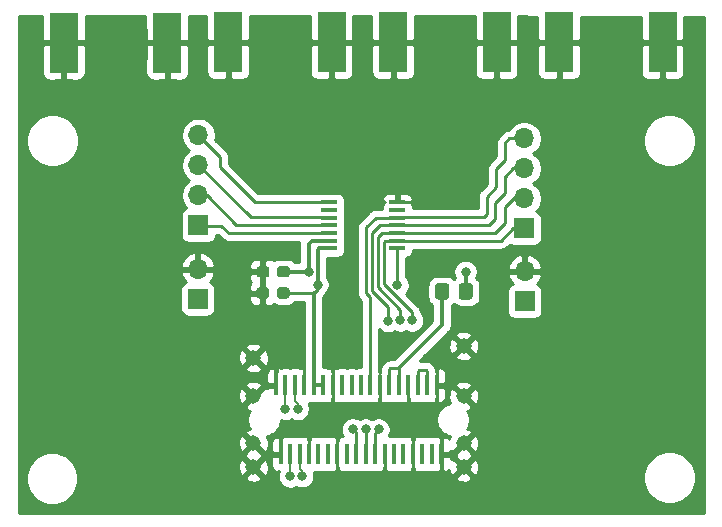
<source format=gbr>
%TF.GenerationSoftware,KiCad,Pcbnew,5.1.10-88a1d61d58~88~ubuntu18.04.1*%
%TF.CreationDate,2021-08-07T22:55:04+07:00*%
%TF.ProjectId,ADV728xM_EVAL_SMA-MINISAS_MX8Mx,41445637-3238-4784-9d5f-4556414c5f53,rev?*%
%TF.SameCoordinates,Original*%
%TF.FileFunction,Copper,L1,Top*%
%TF.FilePolarity,Positive*%
%FSLAX46Y46*%
G04 Gerber Fmt 4.6, Leading zero omitted, Abs format (unit mm)*
G04 Created by KiCad (PCBNEW 5.1.10-88a1d61d58~88~ubuntu18.04.1) date 2021-08-07 22:55:04*
%MOMM*%
%LPD*%
G01*
G04 APERTURE LIST*
%TA.AperFunction,ComponentPad*%
%ADD10C,1.308000*%
%TD*%
%TA.AperFunction,SMDPad,CuDef*%
%ADD11R,0.350000X1.800000*%
%TD*%
%TA.AperFunction,ComponentPad*%
%ADD12O,1.700000X1.700000*%
%TD*%
%TA.AperFunction,ComponentPad*%
%ADD13R,1.700000X1.700000*%
%TD*%
%TA.AperFunction,SMDPad,CuDef*%
%ADD14R,2.413000X5.080000*%
%TD*%
%TA.AperFunction,SMDPad,CuDef*%
%ADD15R,1.358900X0.355600*%
%TD*%
%TA.AperFunction,ViaPad*%
%ADD16C,0.800000*%
%TD*%
%TA.AperFunction,Conductor*%
%ADD17C,0.250000*%
%TD*%
%TA.AperFunction,Conductor*%
%ADD18C,0.300000*%
%TD*%
%TA.AperFunction,Conductor*%
%ADD19C,0.350000*%
%TD*%
%TA.AperFunction,Conductor*%
%ADD20C,0.200000*%
%TD*%
%TA.AperFunction,Conductor*%
%ADD21C,0.254000*%
%TD*%
%TA.AperFunction,Conductor*%
%ADD22C,0.100000*%
%TD*%
G04 APERTURE END LIST*
D10*
%TO.P,J9,S8*%
%TO.N,GND*%
X170438920Y-117344480D03*
%TO.P,J9,S7*%
X170438920Y-115314480D03*
%TO.P,J9,S6*%
X170438920Y-111314480D03*
%TO.P,J9,S5*%
X170438920Y-107074480D03*
%TO.P,J9,S4*%
X152638920Y-117344480D03*
%TO.P,J9,S3*%
X152638920Y-115314480D03*
%TO.P,J9,S2*%
X152638920Y-111314480D03*
%TO.P,J9,S1*%
X152638920Y-108074480D03*
D11*
%TO.P,J9,A18*%
X168538920Y-116224480D03*
%TO.P,J9,A17*%
%TO.N,Net-(J9-PadA17)*%
X167738920Y-116224480D03*
%TO.P,J9,A16*%
%TO.N,Net-(J9-PadA16)*%
X166938920Y-116224480D03*
%TO.P,J9,A15*%
%TO.N,GND*%
X166138920Y-116224480D03*
%TO.P,J9,A14*%
%TO.N,Net-(J9-PadA14)*%
X165338920Y-116224480D03*
%TO.P,J9,A13*%
%TO.N,Net-(J9-PadA13)*%
X164538920Y-116224480D03*
%TO.P,J9,A12*%
%TO.N,GND*%
X163738920Y-116224480D03*
%TO.P,J9,A11*%
%TO.N,/I2C_SCL_1V8*%
X162938920Y-116224480D03*
%TO.P,J9,A10*%
%TO.N,/I2C_SDA_1V8*%
X162138920Y-116224480D03*
%TO.P,J9,A9*%
%TO.N,/nRST_1V8*%
X161338920Y-116224480D03*
%TO.P,J9,A8*%
%TO.N,/MCLK_1V8*%
X160538920Y-116224480D03*
%TO.P,J9,A7*%
%TO.N,GND*%
X159738920Y-116224480D03*
%TO.P,J9,A6*%
%TO.N,Net-(J9-PadA6)*%
X158938920Y-116224480D03*
%TO.P,J9,A5*%
%TO.N,Net-(J9-PadA5)*%
X158138920Y-116224480D03*
%TO.P,J9,A4*%
%TO.N,GND*%
X157338920Y-116224480D03*
%TO.P,J9,A3*%
%TO.N,/D0_P*%
X156538920Y-116224480D03*
%TO.P,J9,A2*%
%TO.N,/D0_N*%
X155738920Y-116224480D03*
%TO.P,J9,A1*%
%TO.N,GND*%
X154938920Y-116224480D03*
%TO.P,J9,B18*%
X168138920Y-110404480D03*
%TO.P,J9,B17*%
%TO.N,+5V*%
X167338920Y-110404480D03*
%TO.P,J9,B16*%
X166538920Y-110404480D03*
%TO.P,J9,B15*%
%TO.N,GND*%
X165738920Y-110404480D03*
%TO.P,J9,B14*%
%TO.N,Net-(J9-PadB13)*%
X164938920Y-110404480D03*
%TO.P,J9,B13*%
X164138920Y-110404480D03*
%TO.P,J9,B12*%
%TO.N,GND*%
X163338920Y-110404480D03*
%TO.P,J9,B11*%
%TO.N,/PWDN_1V8*%
X162538920Y-110404480D03*
%TO.P,J9,B10*%
%TO.N,Net-(J9-PadB10)*%
X161738920Y-110404480D03*
%TO.P,J9,B9*%
%TO.N,Net-(J9-PadB9)*%
X160938920Y-110404480D03*
%TO.P,J9,B8*%
%TO.N,Net-(J9-PadB8)*%
X160138920Y-110404480D03*
%TO.P,J9,B7*%
%TO.N,GND*%
X159338920Y-110404480D03*
%TO.P,J9,B6*%
%TO.N,+1V8*%
X158538920Y-110404480D03*
%TO.P,J9,B5*%
X157738920Y-110404480D03*
%TO.P,J9,B4*%
%TO.N,GND*%
X156938920Y-110404480D03*
%TO.P,J9,B3*%
%TO.N,/CLK_P*%
X156138920Y-110404480D03*
%TO.P,J9,B2*%
%TO.N,/CLK_N*%
X155338920Y-110404480D03*
%TO.P,J9,B1*%
%TO.N,GND*%
X154538920Y-110404480D03*
%TD*%
D12*
%TO.P,J6,4*%
%TO.N,/PWDN_1V8*%
X175552100Y-89496900D03*
%TO.P,J6,3*%
%TO.N,/nRST_1V8*%
X175552100Y-92036900D03*
%TO.P,J6,2*%
%TO.N,/I2C_SDA_1V8*%
X175552100Y-94576900D03*
D13*
%TO.P,J6,1*%
%TO.N,/I2C_SCL_1V8*%
X175552100Y-97116900D03*
%TD*%
D14*
%TO.P,J3,S4*%
%TO.N,GND*%
X164465000Y-81368900D03*
%TO.P,J3,S3*%
X173228000Y-81368900D03*
%TD*%
%TO.P,J4,S4*%
%TO.N,GND*%
X178511200Y-81368900D03*
%TO.P,J4,S3*%
X187274200Y-81368900D03*
%TD*%
%TO.P,J1,S4*%
%TO.N,GND*%
X136575800Y-81419700D03*
%TO.P,J1,S3*%
X145338800Y-81419700D03*
%TD*%
%TO.P,J2,S4*%
%TO.N,GND*%
X150495000Y-81368900D03*
%TO.P,J2,S3*%
X159258000Y-81368900D03*
%TD*%
%TO.P,C2,1*%
%TO.N,GND*%
%TA.AperFunction,SMDPad,CuDef*%
G36*
G01*
X152905000Y-101024700D02*
X152905000Y-100549700D01*
G75*
G02*
X153142500Y-100312200I237500J0D01*
G01*
X153742500Y-100312200D01*
G75*
G02*
X153980000Y-100549700I0J-237500D01*
G01*
X153980000Y-101024700D01*
G75*
G02*
X153742500Y-101262200I-237500J0D01*
G01*
X153142500Y-101262200D01*
G75*
G02*
X152905000Y-101024700I0J237500D01*
G01*
G37*
%TD.AperFunction*%
%TO.P,C2,2*%
%TO.N,+3V3*%
%TA.AperFunction,SMDPad,CuDef*%
G36*
G01*
X154630000Y-101024700D02*
X154630000Y-100549700D01*
G75*
G02*
X154867500Y-100312200I237500J0D01*
G01*
X155467500Y-100312200D01*
G75*
G02*
X155705000Y-100549700I0J-237500D01*
G01*
X155705000Y-101024700D01*
G75*
G02*
X155467500Y-101262200I-237500J0D01*
G01*
X154867500Y-101262200D01*
G75*
G02*
X154630000Y-101024700I0J237500D01*
G01*
G37*
%TD.AperFunction*%
%TD*%
%TO.P,C1,2*%
%TO.N,+1V8*%
%TA.AperFunction,SMDPad,CuDef*%
G36*
G01*
X154617300Y-102828100D02*
X154617300Y-102353100D01*
G75*
G02*
X154854800Y-102115600I237500J0D01*
G01*
X155454800Y-102115600D01*
G75*
G02*
X155692300Y-102353100I0J-237500D01*
G01*
X155692300Y-102828100D01*
G75*
G02*
X155454800Y-103065600I-237500J0D01*
G01*
X154854800Y-103065600D01*
G75*
G02*
X154617300Y-102828100I0J237500D01*
G01*
G37*
%TD.AperFunction*%
%TO.P,C1,1*%
%TO.N,GND*%
%TA.AperFunction,SMDPad,CuDef*%
G36*
G01*
X152892300Y-102828100D02*
X152892300Y-102353100D01*
G75*
G02*
X153129800Y-102115600I237500J0D01*
G01*
X153729800Y-102115600D01*
G75*
G02*
X153967300Y-102353100I0J-237500D01*
G01*
X153967300Y-102828100D01*
G75*
G02*
X153729800Y-103065600I-237500J0D01*
G01*
X153129800Y-103065600D01*
G75*
G02*
X152892300Y-102828100I0J237500D01*
G01*
G37*
%TD.AperFunction*%
%TD*%
D13*
%TO.P,J5,1*%
%TO.N,/I2C_SCL_3V3*%
X147980400Y-96850200D03*
D12*
%TO.P,J5,2*%
%TO.N,/I2C_SDA_3V3*%
X147980400Y-94310200D03*
%TO.P,J5,3*%
%TO.N,/GPIO0_3V3*%
X147980400Y-91770200D03*
%TO.P,J5,4*%
%TO.N,/GPIO1_3V3*%
X147980400Y-89230200D03*
%TD*%
D13*
%TO.P,J8,1*%
%TO.N,+1V8*%
X175590200Y-103289100D03*
D12*
%TO.P,J8,2*%
%TO.N,GND*%
X175590200Y-100749100D03*
%TD*%
%TO.P,J7,2*%
%TO.N,GND*%
X147929600Y-100558600D03*
D13*
%TO.P,J7,1*%
%TO.N,+3V3*%
X147929600Y-103098600D03*
%TD*%
%TO.P,R1,1*%
%TO.N,Net-(J9-PadB13)*%
%TA.AperFunction,SMDPad,CuDef*%
G36*
G01*
X168005200Y-102900901D02*
X168005200Y-102000899D01*
G75*
G02*
X168255199Y-101750900I249999J0D01*
G01*
X168955201Y-101750900D01*
G75*
G02*
X169205200Y-102000899I0J-249999D01*
G01*
X169205200Y-102900901D01*
G75*
G02*
X168955201Y-103150900I-249999J0D01*
G01*
X168255199Y-103150900D01*
G75*
G02*
X168005200Y-102900901I0J249999D01*
G01*
G37*
%TD.AperFunction*%
%TO.P,R1,2*%
%TO.N,+3V3*%
%TA.AperFunction,SMDPad,CuDef*%
G36*
G01*
X170005200Y-102900901D02*
X170005200Y-102000899D01*
G75*
G02*
X170255199Y-101750900I249999J0D01*
G01*
X170955201Y-101750900D01*
G75*
G02*
X171205200Y-102000899I0J-249999D01*
G01*
X171205200Y-102900901D01*
G75*
G02*
X170955201Y-103150900I-249999J0D01*
G01*
X170255199Y-103150900D01*
G75*
G02*
X170005200Y-102900901I0J249999D01*
G01*
G37*
%TD.AperFunction*%
%TD*%
D15*
%TO.P,U1,14*%
%TO.N,+1V8*%
X159061150Y-98800199D03*
%TO.P,U1,13*%
%TO.N,+3V3*%
X159061150Y-98150200D03*
%TO.P,U1,12*%
%TO.N,/I2C_SCL_3V3*%
X159061150Y-97500199D03*
%TO.P,U1,11*%
%TO.N,/I2C_SDA_3V3*%
X159061150Y-96850200D03*
%TO.P,U1,10*%
%TO.N,/GPIO0_3V3*%
X159061150Y-96200199D03*
%TO.P,U1,9*%
%TO.N,Net-(U1-Pad9)*%
X159061150Y-95550200D03*
%TO.P,U1,8*%
%TO.N,/GPIO1_3V3*%
X159061150Y-94900199D03*
%TO.P,U1,7*%
%TO.N,GND*%
X164814250Y-94900201D03*
%TO.P,U1,6*%
%TO.N,Net-(U1-Pad6)*%
X164814250Y-95550200D03*
%TO.P,U1,5*%
%TO.N,/PWDN_1V8*%
X164814250Y-96200201D03*
%TO.P,U1,4*%
%TO.N,/nRST_1V8*%
X164814250Y-96850200D03*
%TO.P,U1,3*%
%TO.N,/I2C_SDA_1V8*%
X164814250Y-97500199D03*
%TO.P,U1,2*%
%TO.N,/I2C_SCL_1V8*%
X164814250Y-98150200D03*
%TO.P,U1,1*%
%TO.N,+1V8*%
X164814250Y-98800201D03*
%TD*%
D16*
%TO.N,+3V3*%
X157302200Y-100787200D03*
X170599100Y-100787200D03*
%TO.N,/D0_N*%
X155742640Y-118115080D03*
%TO.N,/D0_P*%
X156768800Y-118089680D03*
%TO.N,/CLK_N*%
X155341320Y-112389920D03*
%TO.N,/CLK_P*%
X156382720Y-112400080D03*
%TO.N,/nRST_1V8*%
X161041080Y-114127280D03*
%TO.N,/I2C_SDA_1V8*%
X162138360Y-114132360D03*
%TO.N,/I2C_SCL_1V8*%
X163230560Y-114132360D03*
X166060120Y-104912160D03*
%TO.N,/I2C_SDA_1V8*%
X165054280Y-104912160D03*
%TO.N,+1V8*%
X164820600Y-101917500D03*
X158064200Y-101879400D03*
%TO.N,/nRST_1V8*%
X164033200Y-104937560D03*
%TD*%
D17*
%TO.N,GND*%
X159730440Y-114340640D02*
X159735520Y-114335560D01*
D18*
%TO.N,+3V3*%
X159061150Y-98150200D02*
X157564300Y-98150200D01*
X157302200Y-98412300D02*
X157564300Y-98150200D01*
X157302200Y-100787200D02*
X157302200Y-98412300D01*
D19*
X170592500Y-100793800D02*
X170599100Y-100787200D01*
X155167500Y-100787200D02*
X157302200Y-100787200D01*
D18*
X170605200Y-100793300D02*
X170599100Y-100787200D01*
D19*
X170605200Y-102450900D02*
X170605200Y-100793300D01*
D17*
%TO.N,GND*%
X163182300Y-85128100D02*
X161246391Y-87064009D01*
D19*
X175288700Y-100790500D02*
X175298100Y-100799900D01*
D17*
X164712650Y-94887501D02*
X169272499Y-94887501D01*
X169272499Y-94887501D02*
X172212000Y-91948000D01*
X180035200Y-94081600D02*
X180035200Y-103301800D01*
X177901600Y-91948000D02*
X180035200Y-94081600D01*
X160594800Y-105328400D02*
X160594800Y-106578400D01*
X161757800Y-104165400D02*
X160594800Y-105328400D01*
X156938920Y-110404480D02*
X156938920Y-108643360D01*
X156938920Y-108643360D02*
X156916120Y-108620560D01*
X154938920Y-114367120D02*
X154965400Y-114340640D01*
X154938920Y-116224480D02*
X154938920Y-114367120D01*
X159738920Y-114338960D02*
X159735520Y-114335560D01*
X159738920Y-116224480D02*
X159738920Y-114338960D01*
X159738920Y-112718440D02*
X159735520Y-112715040D01*
X159738920Y-114338960D02*
X159738920Y-112718440D01*
X159338920Y-112318440D02*
X159738920Y-112718440D01*
X159338920Y-110404480D02*
X159338920Y-112318440D01*
X157338920Y-114341800D02*
X157337760Y-114340640D01*
X157338920Y-116224480D02*
X157338920Y-114341800D01*
X154965400Y-114340640D02*
X157337760Y-114340640D01*
X157337760Y-114340640D02*
X159730440Y-114340640D01*
X163338920Y-112686240D02*
X163367720Y-112715040D01*
X163338920Y-110404480D02*
X163338920Y-112686240D01*
X159735520Y-112715040D02*
X163367720Y-112715040D01*
X165738920Y-112700960D02*
X165724840Y-112715040D01*
X165738920Y-110404480D02*
X165738920Y-112700960D01*
X163367720Y-112715040D02*
X165724840Y-112715040D01*
X166138920Y-112737960D02*
X166116000Y-112715040D01*
X166138920Y-116224480D02*
X166138920Y-112737960D01*
X165724840Y-112715040D02*
X166116000Y-112715040D01*
X166116000Y-112715040D02*
X167802560Y-112715040D01*
X168538920Y-116224480D02*
X168538920Y-118125480D01*
X169657920Y-118125480D02*
X170438920Y-117344480D01*
X168538920Y-118125480D02*
X169657920Y-118125480D01*
X159738920Y-118118480D02*
X159745680Y-118125240D01*
X159738920Y-116224480D02*
X159738920Y-118118480D01*
X163738920Y-118120520D02*
X163743640Y-118125240D01*
X163738920Y-116224480D02*
X163738920Y-118120520D01*
X159745680Y-118125240D02*
X163743640Y-118125240D01*
X166138920Y-118107520D02*
X166156640Y-118125240D01*
X166138920Y-116224480D02*
X166138920Y-118107520D01*
X163743640Y-118125240D02*
X166156640Y-118125240D01*
X166156640Y-118125240D02*
X168523920Y-118125240D01*
X159338920Y-107834280D02*
X160594800Y-106578400D01*
X159338920Y-110404480D02*
X159338920Y-107834280D01*
D19*
%TO.N,+1V8*%
X175285400Y-103327200D02*
X175298100Y-103339900D01*
D18*
X158210799Y-98787499D02*
X158959550Y-98787499D01*
X155155900Y-102591700D02*
X155154800Y-102590600D01*
D17*
X164814248Y-98800199D02*
X164814250Y-98800201D01*
X164814250Y-101911150D02*
X164820600Y-101917500D01*
X164814250Y-98800201D02*
X164814250Y-101911150D01*
D18*
X158064200Y-98934098D02*
X158210799Y-98787499D01*
X158064200Y-101879400D02*
X158064200Y-98934098D01*
X157738920Y-110404480D02*
X157738920Y-102595520D01*
D17*
X158064200Y-102270240D02*
X157738920Y-102595520D01*
X158064200Y-101879400D02*
X158064200Y-102270240D01*
X155159720Y-102595520D02*
X155154800Y-102590600D01*
X157738920Y-102595520D02*
X155159720Y-102595520D01*
D18*
X158538920Y-110404480D02*
X157738920Y-110404480D01*
D20*
%TO.N,/D0_P*%
X156538920Y-116224480D02*
X156538920Y-117189240D01*
X156768800Y-118089680D02*
X156768800Y-117693440D01*
X156538920Y-117463560D02*
X156538920Y-117189240D01*
X156768800Y-117693440D02*
X156538920Y-117463560D01*
%TO.N,/D0_N*%
X155738920Y-118111360D02*
X155742640Y-118115080D01*
X155738920Y-116224480D02*
X155738920Y-118111360D01*
%TO.N,/CLK_P*%
X156382720Y-111968280D02*
X156138920Y-111724480D01*
X156382720Y-112400080D02*
X156382720Y-111968280D01*
X156138920Y-110404480D02*
X156138920Y-111724480D01*
%TO.N,/CLK_N*%
X155338920Y-112387520D02*
X155341320Y-112389920D01*
X155338920Y-110404480D02*
X155338920Y-112387520D01*
D17*
%TO.N,/I2C_SDA_3V3*%
X157010100Y-96837500D02*
X151193500Y-96837500D01*
X157010100Y-96837500D02*
X156756100Y-96837500D01*
X158959550Y-96837500D02*
X157010100Y-96837500D01*
X148666200Y-94310200D02*
X147980400Y-94310200D01*
X151193500Y-96837500D02*
X148666200Y-94310200D01*
%TO.N,/I2C_SCL_3V3*%
X158959550Y-97487499D02*
X154251901Y-97487499D01*
X148691600Y-96875600D02*
X149923500Y-96875600D01*
X150535399Y-97487499D02*
X154251901Y-97487499D01*
X149923500Y-96875600D02*
X150535399Y-97487499D01*
%TO.N,/GPIO0_3V3*%
X152397699Y-96187499D02*
X147980400Y-91770200D01*
X158959550Y-96187499D02*
X152397699Y-96187499D01*
%TO.N,/GPIO1_3V3*%
X149809200Y-91059000D02*
X147980400Y-89230200D01*
X149809200Y-91960700D02*
X149809200Y-91059000D01*
X152735999Y-94887499D02*
X149809200Y-91960700D01*
X158959550Y-94887499D02*
X152735999Y-94887499D01*
%TO.N,/I2C_SDA_1V8*%
X173098701Y-97500199D02*
X164814250Y-97500199D01*
X173964600Y-95313500D02*
X173964600Y-96634300D01*
X174701200Y-94576900D02*
X173964600Y-95313500D01*
X173964600Y-96634300D02*
X173098701Y-97500199D01*
X175552100Y-94576900D02*
X174701200Y-94576900D01*
%TO.N,/I2C_SCL_1V8*%
X175247300Y-96723200D02*
X175260000Y-96710500D01*
X164814250Y-98150200D02*
X166632100Y-98150200D01*
X174625000Y-97116900D02*
X173591700Y-98150200D01*
X175552100Y-97116900D02*
X174625000Y-97116900D01*
X166632100Y-98150200D02*
X173591700Y-98150200D01*
%TO.N,/PWDN_1V8*%
X174307500Y-89496900D02*
X175552100Y-89496900D01*
X173951900Y-89852500D02*
X174307500Y-89496900D01*
X173951900Y-91313000D02*
X173951900Y-89852500D01*
X172138099Y-96187501D02*
X172389800Y-95935800D01*
X172389800Y-94424500D02*
X173177200Y-93637100D01*
X164712650Y-96187501D02*
X172138099Y-96187501D01*
X172389800Y-95935800D02*
X172389800Y-94424500D01*
X173177200Y-92087700D02*
X173951900Y-91313000D01*
X173177200Y-93637100D02*
X173177200Y-92087700D01*
X162994099Y-96200201D02*
X162179000Y-97015300D01*
X162179000Y-97015300D02*
X162179000Y-102603300D01*
X164814250Y-96200201D02*
X162994099Y-96200201D01*
%TO.N,/nRST_1V8*%
X164712650Y-96837500D02*
X172605700Y-96837500D01*
X172605700Y-96837500D02*
X173113700Y-96329500D01*
X173113700Y-96329500D02*
X173113700Y-94932500D01*
X173113700Y-94932500D02*
X173951900Y-94094300D01*
X173951900Y-94094300D02*
X173951900Y-92735400D01*
X174650400Y-92036900D02*
X175552100Y-92036900D01*
X173951900Y-92735400D02*
X174650400Y-92036900D01*
X164814250Y-96850200D02*
X163309300Y-96850200D01*
X163309300Y-96850200D02*
X162680650Y-97478850D01*
X162680650Y-97478850D02*
X162680650Y-102381050D01*
X162680650Y-102381050D02*
X164033200Y-103733600D01*
X164033200Y-103733600D02*
X164033200Y-104485440D01*
X164033200Y-104485440D02*
X164033200Y-104937560D01*
X161338920Y-114425120D02*
X161041080Y-114127280D01*
X161338920Y-116224480D02*
X161338920Y-114425120D01*
%TO.N,/PWDN_1V8*%
X162538920Y-102963220D02*
X162179000Y-102603300D01*
X162538920Y-110404480D02*
X162538920Y-102963220D01*
%TO.N,/I2C_SCL_1V8*%
X163774600Y-98150200D02*
X164814250Y-98150200D01*
X163645850Y-101815752D02*
X163645850Y-98278950D01*
X163645850Y-98278950D02*
X163774600Y-98150200D01*
X166060120Y-104230022D02*
X163645850Y-101815752D01*
X166060120Y-104912160D02*
X166060120Y-104682142D01*
X166060120Y-104230022D02*
X166060120Y-104912160D01*
X162938920Y-114424000D02*
X163230560Y-114132360D01*
X162938920Y-116224480D02*
X162938920Y-114424000D01*
%TO.N,/I2C_SDA_1V8*%
X163144200Y-97853500D02*
X163497501Y-97500199D01*
X163144200Y-102120700D02*
X163144200Y-97853500D01*
X165054280Y-104460040D02*
X165054280Y-104030780D01*
X163497501Y-97500199D02*
X164814250Y-97500199D01*
X165054280Y-104030780D02*
X163144200Y-102120700D01*
X165054280Y-104460040D02*
X165054280Y-104912160D01*
X162138920Y-114132920D02*
X162138360Y-114132360D01*
X162138920Y-116224480D02*
X162138920Y-114132920D01*
%TO.N,+5V*%
X167338920Y-110404480D02*
X167338920Y-109183080D01*
X167338920Y-109183080D02*
X167228520Y-109072680D01*
X167228520Y-109072680D02*
X166654480Y-109072680D01*
X166538920Y-109188240D02*
X166538920Y-110404480D01*
X166654480Y-109072680D02*
X166538920Y-109188240D01*
%TO.N,Net-(J9-PadB13)*%
X164938920Y-110404480D02*
X164938920Y-108974200D01*
D19*
X164938920Y-108974200D02*
X168594800Y-105318320D01*
D17*
X168594800Y-102461300D02*
X168605200Y-102450900D01*
D19*
X168594800Y-105318320D02*
X168594800Y-102461300D01*
D17*
X164138920Y-110404480D02*
X164138920Y-109053320D01*
X164218040Y-108974200D02*
X164938920Y-108974200D01*
X164138920Y-109053320D02*
X164218040Y-108974200D01*
%TD*%
D21*
%TO.N,GND*%
X134731610Y-79159824D02*
X134734300Y-81133950D01*
X134893050Y-81292700D01*
X136448800Y-81292700D01*
X136448800Y-81272700D01*
X136702800Y-81272700D01*
X136702800Y-81292700D01*
X138258550Y-81292700D01*
X138417300Y-81133950D01*
X138419988Y-79161403D01*
X143494615Y-79163575D01*
X143497300Y-81133950D01*
X143656050Y-81292700D01*
X145211800Y-81292700D01*
X145211800Y-81272700D01*
X145465800Y-81272700D01*
X145465800Y-81292700D01*
X147021550Y-81292700D01*
X147180300Y-81133950D01*
X147182983Y-79165154D01*
X148650887Y-79165783D01*
X148653500Y-81083150D01*
X148812250Y-81241900D01*
X150368000Y-81241900D01*
X150368000Y-81221900D01*
X150622000Y-81221900D01*
X150622000Y-81241900D01*
X152177750Y-81241900D01*
X152336500Y-81083150D01*
X152339111Y-79167361D01*
X157413892Y-79169534D01*
X157416500Y-81083150D01*
X157575250Y-81241900D01*
X159131000Y-81241900D01*
X159131000Y-81221900D01*
X159385000Y-81221900D01*
X159385000Y-81241900D01*
X160940750Y-81241900D01*
X161099500Y-81083150D01*
X161102106Y-79171113D01*
X162620895Y-79171763D01*
X162623500Y-81083150D01*
X162782250Y-81241900D01*
X164338000Y-81241900D01*
X164338000Y-81221900D01*
X164592000Y-81221900D01*
X164592000Y-81241900D01*
X166147750Y-81241900D01*
X166306500Y-81083150D01*
X166309103Y-79173342D01*
X171383900Y-79175514D01*
X171386500Y-81083150D01*
X171545250Y-81241900D01*
X173101000Y-81241900D01*
X173101000Y-81221900D01*
X173355000Y-81221900D01*
X173355000Y-81241900D01*
X174910750Y-81241900D01*
X175069500Y-81083150D01*
X175072097Y-79177093D01*
X176667103Y-79177776D01*
X176669700Y-81083150D01*
X176828450Y-81241900D01*
X178384200Y-81241900D01*
X178384200Y-81221900D01*
X178638200Y-81221900D01*
X178638200Y-81241900D01*
X180193950Y-81241900D01*
X180352700Y-81083150D01*
X180355294Y-79179354D01*
X185430109Y-79181527D01*
X185432700Y-81083150D01*
X185591450Y-81241900D01*
X187147200Y-81241900D01*
X187147200Y-81221900D01*
X187401200Y-81221900D01*
X187401200Y-81241900D01*
X188956950Y-81241900D01*
X189115700Y-81083150D01*
X189118289Y-79183105D01*
X190779800Y-79183817D01*
X190779801Y-121209200D01*
X132760614Y-121209200D01*
X132760964Y-118077832D01*
X133350200Y-118077832D01*
X133350200Y-118518088D01*
X133436090Y-118949885D01*
X133604569Y-119356629D01*
X133849162Y-119722689D01*
X134160471Y-120033998D01*
X134526531Y-120278591D01*
X134933275Y-120447070D01*
X135365072Y-120532960D01*
X135805328Y-120532960D01*
X136237125Y-120447070D01*
X136643869Y-120278591D01*
X137009929Y-120033998D01*
X137321238Y-119722689D01*
X137565831Y-119356629D01*
X137734310Y-118949885D01*
X137820200Y-118518088D01*
X137820200Y-118232867D01*
X151930138Y-118232867D01*
X151984013Y-118461948D01*
X152214604Y-118568243D01*
X152461501Y-118627508D01*
X152715216Y-118637468D01*
X152965999Y-118597739D01*
X153204213Y-118509848D01*
X153293827Y-118461948D01*
X153347702Y-118232867D01*
X152638920Y-117524085D01*
X151930138Y-118232867D01*
X137820200Y-118232867D01*
X137820200Y-118077832D01*
X137734310Y-117646035D01*
X137641005Y-117420776D01*
X151345932Y-117420776D01*
X151385661Y-117671559D01*
X151473552Y-117909773D01*
X151521452Y-117999387D01*
X151750533Y-118053262D01*
X152459315Y-117344480D01*
X152818525Y-117344480D01*
X153527307Y-118053262D01*
X153756388Y-117999387D01*
X153862683Y-117768796D01*
X153921948Y-117521899D01*
X153931908Y-117268184D01*
X153907825Y-117116161D01*
X154125902Y-117116161D01*
X154136539Y-117240792D01*
X154171285Y-117360953D01*
X154228806Y-117472027D01*
X154306891Y-117569744D01*
X154402539Y-117650351D01*
X154512075Y-117710748D01*
X154631290Y-117748615D01*
X154732170Y-117759480D01*
X154796167Y-117695483D01*
X154747414Y-117813182D01*
X154707640Y-118013141D01*
X154707640Y-118217019D01*
X154747414Y-118416978D01*
X154825435Y-118605336D01*
X154938703Y-118774854D01*
X155082866Y-118919017D01*
X155252384Y-119032285D01*
X155440742Y-119110306D01*
X155640701Y-119150080D01*
X155844579Y-119150080D01*
X156044538Y-119110306D01*
X156232896Y-119032285D01*
X156274727Y-119004335D01*
X156278544Y-119006885D01*
X156466902Y-119084906D01*
X156666861Y-119124680D01*
X156870739Y-119124680D01*
X157070698Y-119084906D01*
X157259056Y-119006885D01*
X157428574Y-118893617D01*
X157572737Y-118749454D01*
X157686005Y-118579936D01*
X157764026Y-118391578D01*
X157795595Y-118232867D01*
X169730138Y-118232867D01*
X169784013Y-118461948D01*
X170014604Y-118568243D01*
X170261501Y-118627508D01*
X170515216Y-118637468D01*
X170765999Y-118597739D01*
X171004213Y-118509848D01*
X171093827Y-118461948D01*
X171147702Y-118232867D01*
X170438920Y-117524085D01*
X169730138Y-118232867D01*
X157795595Y-118232867D01*
X157803800Y-118191619D01*
X157803800Y-117987741D01*
X157764026Y-117787782D01*
X157736030Y-117720193D01*
X157738074Y-117719544D01*
X157839438Y-117750292D01*
X157963920Y-117762552D01*
X158313920Y-117762552D01*
X158438402Y-117750292D01*
X158538920Y-117719800D01*
X158639438Y-117750292D01*
X158763920Y-117762552D01*
X159113920Y-117762552D01*
X159238402Y-117750292D01*
X159339766Y-117719544D01*
X159431290Y-117748615D01*
X159532170Y-117759480D01*
X159690920Y-117600730D01*
X159690920Y-117392049D01*
X159703422Y-117368660D01*
X159738920Y-117251639D01*
X159774418Y-117368660D01*
X159786920Y-117392049D01*
X159786920Y-117600730D01*
X159945670Y-117759480D01*
X160046550Y-117748615D01*
X160138074Y-117719544D01*
X160239438Y-117750292D01*
X160363920Y-117762552D01*
X160713920Y-117762552D01*
X160838402Y-117750292D01*
X160938920Y-117719800D01*
X161039438Y-117750292D01*
X161163920Y-117762552D01*
X161513920Y-117762552D01*
X161638402Y-117750292D01*
X161738920Y-117719800D01*
X161839438Y-117750292D01*
X161963920Y-117762552D01*
X162313920Y-117762552D01*
X162438402Y-117750292D01*
X162538920Y-117719800D01*
X162639438Y-117750292D01*
X162763920Y-117762552D01*
X163113920Y-117762552D01*
X163238402Y-117750292D01*
X163339766Y-117719544D01*
X163431290Y-117748615D01*
X163532170Y-117759480D01*
X163690920Y-117600730D01*
X163690920Y-117392049D01*
X163703422Y-117368660D01*
X163738920Y-117251639D01*
X163774418Y-117368660D01*
X163786920Y-117392049D01*
X163786920Y-117600730D01*
X163945670Y-117759480D01*
X164046550Y-117748615D01*
X164138074Y-117719544D01*
X164239438Y-117750292D01*
X164363920Y-117762552D01*
X164713920Y-117762552D01*
X164838402Y-117750292D01*
X164938920Y-117719800D01*
X165039438Y-117750292D01*
X165163920Y-117762552D01*
X165513920Y-117762552D01*
X165638402Y-117750292D01*
X165739766Y-117719544D01*
X165831290Y-117748615D01*
X165932170Y-117759480D01*
X166090920Y-117600730D01*
X166090920Y-117392049D01*
X166103422Y-117368660D01*
X166138920Y-117251639D01*
X166174418Y-117368660D01*
X166186920Y-117392049D01*
X166186920Y-117600730D01*
X166345670Y-117759480D01*
X166446550Y-117748615D01*
X166538074Y-117719544D01*
X166639438Y-117750292D01*
X166763920Y-117762552D01*
X167113920Y-117762552D01*
X167238402Y-117750292D01*
X167338920Y-117719800D01*
X167439438Y-117750292D01*
X167563920Y-117762552D01*
X167913920Y-117762552D01*
X168038402Y-117750292D01*
X168139766Y-117719544D01*
X168231290Y-117748615D01*
X168332170Y-117759480D01*
X168490920Y-117600730D01*
X168490920Y-117392049D01*
X168503422Y-117368660D01*
X168539732Y-117248962D01*
X168551992Y-117124480D01*
X168551992Y-116351480D01*
X168586920Y-116351480D01*
X168586920Y-117600730D01*
X168745670Y-117759480D01*
X168846550Y-117748615D01*
X168965765Y-117710748D01*
X169075301Y-117650351D01*
X169169698Y-117570798D01*
X169185661Y-117671559D01*
X169273552Y-117909773D01*
X169321452Y-117999387D01*
X169550533Y-118053262D01*
X170259315Y-117344480D01*
X170618525Y-117344480D01*
X171327307Y-118053262D01*
X171503640Y-118011792D01*
X185623400Y-118011792D01*
X185623400Y-118452048D01*
X185709290Y-118883845D01*
X185877769Y-119290589D01*
X186122362Y-119656649D01*
X186433671Y-119967958D01*
X186799731Y-120212551D01*
X187206475Y-120381030D01*
X187638272Y-120466920D01*
X188078528Y-120466920D01*
X188510325Y-120381030D01*
X188917069Y-120212551D01*
X189283129Y-119967958D01*
X189594438Y-119656649D01*
X189839031Y-119290589D01*
X190007510Y-118883845D01*
X190093400Y-118452048D01*
X190093400Y-118011792D01*
X190007510Y-117579995D01*
X189839031Y-117173251D01*
X189594438Y-116807191D01*
X189283129Y-116495882D01*
X188917069Y-116251289D01*
X188510325Y-116082810D01*
X188078528Y-115996920D01*
X187638272Y-115996920D01*
X187206475Y-116082810D01*
X186799731Y-116251289D01*
X186433671Y-116495882D01*
X186122362Y-116807191D01*
X185877769Y-117173251D01*
X185709290Y-117579995D01*
X185623400Y-118011792D01*
X171503640Y-118011792D01*
X171556388Y-117999387D01*
X171662683Y-117768796D01*
X171721948Y-117521899D01*
X171731908Y-117268184D01*
X171692179Y-117017401D01*
X171604288Y-116779187D01*
X171556388Y-116689573D01*
X171327307Y-116635698D01*
X170618525Y-117344480D01*
X170259315Y-117344480D01*
X169550533Y-116635698D01*
X169349780Y-116682911D01*
X169348920Y-116510230D01*
X169190170Y-116351480D01*
X168586920Y-116351480D01*
X168551992Y-116351480D01*
X168551992Y-116202867D01*
X169730138Y-116202867D01*
X169759915Y-116329480D01*
X169730138Y-116456093D01*
X170438920Y-117164875D01*
X171147702Y-116456093D01*
X171117925Y-116329480D01*
X171147702Y-116202867D01*
X170438920Y-115494085D01*
X169730138Y-116202867D01*
X168551992Y-116202867D01*
X168551992Y-115324480D01*
X168539732Y-115199998D01*
X168503422Y-115080300D01*
X168490920Y-115056911D01*
X168490920Y-114848230D01*
X168332170Y-114689480D01*
X168231290Y-114700345D01*
X168139766Y-114729416D01*
X168038402Y-114698668D01*
X167913920Y-114686408D01*
X167563920Y-114686408D01*
X167439438Y-114698668D01*
X167338920Y-114729160D01*
X167238402Y-114698668D01*
X167113920Y-114686408D01*
X166763920Y-114686408D01*
X166639438Y-114698668D01*
X166538074Y-114729416D01*
X166446550Y-114700345D01*
X166345670Y-114689480D01*
X166186920Y-114848230D01*
X166186920Y-115056911D01*
X166174418Y-115080300D01*
X166138920Y-115197321D01*
X166103422Y-115080300D01*
X166090920Y-115056911D01*
X166090920Y-114848230D01*
X165932170Y-114689480D01*
X165831290Y-114700345D01*
X165739766Y-114729416D01*
X165638402Y-114698668D01*
X165513920Y-114686408D01*
X165163920Y-114686408D01*
X165039438Y-114698668D01*
X164938920Y-114729160D01*
X164838402Y-114698668D01*
X164713920Y-114686408D01*
X164363920Y-114686408D01*
X164239438Y-114698668D01*
X164138074Y-114729416D01*
X164087201Y-114713257D01*
X164147765Y-114622616D01*
X164225786Y-114434258D01*
X164265560Y-114234299D01*
X164265560Y-114030421D01*
X164225786Y-113830462D01*
X164147765Y-113642104D01*
X164034497Y-113472586D01*
X163890334Y-113328423D01*
X163720816Y-113215155D01*
X163625340Y-113175607D01*
X168128920Y-113175607D01*
X168128920Y-113453353D01*
X168183106Y-113725762D01*
X168289395Y-113982365D01*
X168443702Y-114213302D01*
X168640098Y-114409698D01*
X168871035Y-114564005D01*
X169127638Y-114670294D01*
X169300646Y-114704708D01*
X169215157Y-114890164D01*
X169206966Y-114924288D01*
X169170949Y-114879216D01*
X169075301Y-114798609D01*
X168965765Y-114738212D01*
X168846550Y-114700345D01*
X168745670Y-114689480D01*
X168586920Y-114848230D01*
X168586920Y-116097480D01*
X169190170Y-116097480D01*
X169320341Y-115967309D01*
X169321452Y-115969387D01*
X169550533Y-116023262D01*
X170259315Y-115314480D01*
X170618525Y-115314480D01*
X171327307Y-116023262D01*
X171556388Y-115969387D01*
X171662683Y-115738796D01*
X171721948Y-115491899D01*
X171731908Y-115238184D01*
X171692179Y-114987401D01*
X171604288Y-114749187D01*
X171556388Y-114659573D01*
X171327307Y-114605698D01*
X170618525Y-115314480D01*
X170259315Y-115314480D01*
X170245173Y-115300338D01*
X170424778Y-115120733D01*
X170438920Y-115134875D01*
X171147702Y-114426093D01*
X171093827Y-114197012D01*
X170863236Y-114090717D01*
X170736391Y-114060269D01*
X170788445Y-113982365D01*
X170894734Y-113725762D01*
X170948920Y-113453353D01*
X170948920Y-113175607D01*
X170894734Y-112903198D01*
X170788445Y-112646595D01*
X170738650Y-112572072D01*
X170765999Y-112567739D01*
X171004213Y-112479848D01*
X171093827Y-112431948D01*
X171147702Y-112202867D01*
X170438920Y-111494085D01*
X170424778Y-111508228D01*
X170245173Y-111328623D01*
X170259315Y-111314480D01*
X170618525Y-111314480D01*
X171327307Y-112023262D01*
X171556388Y-111969387D01*
X171662683Y-111738796D01*
X171721948Y-111491899D01*
X171731908Y-111238184D01*
X171692179Y-110987401D01*
X171604288Y-110749187D01*
X171556388Y-110659573D01*
X171327307Y-110605698D01*
X170618525Y-111314480D01*
X170259315Y-111314480D01*
X169550533Y-110605698D01*
X169321452Y-110659573D01*
X169215157Y-110890164D01*
X169155892Y-111137061D01*
X169145932Y-111390776D01*
X169185661Y-111641559D01*
X169273552Y-111879773D01*
X169297646Y-111924849D01*
X169127638Y-111958666D01*
X168871035Y-112064955D01*
X168640098Y-112219262D01*
X168443702Y-112415658D01*
X168289395Y-112646595D01*
X168183106Y-112903198D01*
X168128920Y-113175607D01*
X163625340Y-113175607D01*
X163532458Y-113137134D01*
X163332499Y-113097360D01*
X163128621Y-113097360D01*
X162928662Y-113137134D01*
X162740304Y-113215155D01*
X162684460Y-113252469D01*
X162628616Y-113215155D01*
X162440258Y-113137134D01*
X162240299Y-113097360D01*
X162036421Y-113097360D01*
X161836462Y-113137134D01*
X161648104Y-113215155D01*
X161593521Y-113251626D01*
X161531336Y-113210075D01*
X161342978Y-113132054D01*
X161143019Y-113092280D01*
X160939141Y-113092280D01*
X160739182Y-113132054D01*
X160550824Y-113210075D01*
X160381306Y-113323343D01*
X160237143Y-113467506D01*
X160123875Y-113637024D01*
X160045854Y-113825382D01*
X160006080Y-114025341D01*
X160006080Y-114229219D01*
X160045854Y-114429178D01*
X160123875Y-114617536D01*
X160188425Y-114714143D01*
X160138074Y-114729416D01*
X160046550Y-114700345D01*
X159945670Y-114689480D01*
X159786920Y-114848230D01*
X159786920Y-115056911D01*
X159774418Y-115080300D01*
X159738920Y-115197321D01*
X159703422Y-115080300D01*
X159690920Y-115056911D01*
X159690920Y-114848230D01*
X159532170Y-114689480D01*
X159431290Y-114700345D01*
X159339766Y-114729416D01*
X159238402Y-114698668D01*
X159113920Y-114686408D01*
X158763920Y-114686408D01*
X158639438Y-114698668D01*
X158538920Y-114729160D01*
X158438402Y-114698668D01*
X158313920Y-114686408D01*
X157963920Y-114686408D01*
X157839438Y-114698668D01*
X157738074Y-114729416D01*
X157646550Y-114700345D01*
X157545670Y-114689480D01*
X157386920Y-114848230D01*
X157386920Y-115056911D01*
X157374418Y-115080300D01*
X157338920Y-115197321D01*
X157303422Y-115080300D01*
X157290920Y-115056911D01*
X157290920Y-114848230D01*
X157132170Y-114689480D01*
X157031290Y-114700345D01*
X156939766Y-114729416D01*
X156838402Y-114698668D01*
X156713920Y-114686408D01*
X156363920Y-114686408D01*
X156239438Y-114698668D01*
X156138920Y-114729160D01*
X156038402Y-114698668D01*
X155913920Y-114686408D01*
X155563920Y-114686408D01*
X155439438Y-114698668D01*
X155338074Y-114729416D01*
X155246550Y-114700345D01*
X155145670Y-114689480D01*
X154986920Y-114848230D01*
X154986920Y-115056911D01*
X154974418Y-115080300D01*
X154938108Y-115199998D01*
X154925848Y-115324480D01*
X154925848Y-116371480D01*
X154890920Y-116371480D01*
X154890920Y-116351480D01*
X154287670Y-116351480D01*
X154128920Y-116510230D01*
X154125902Y-117116161D01*
X153907825Y-117116161D01*
X153892179Y-117017401D01*
X153804288Y-116779187D01*
X153756388Y-116689573D01*
X153527307Y-116635698D01*
X152818525Y-117344480D01*
X152459315Y-117344480D01*
X151750533Y-116635698D01*
X151521452Y-116689573D01*
X151415157Y-116920164D01*
X151355892Y-117167061D01*
X151345932Y-117420776D01*
X137641005Y-117420776D01*
X137565831Y-117239291D01*
X137321238Y-116873231D01*
X137009929Y-116561922D01*
X136643869Y-116317329D01*
X136367534Y-116202867D01*
X151930138Y-116202867D01*
X151959915Y-116329480D01*
X151930138Y-116456093D01*
X152638920Y-117164875D01*
X153347702Y-116456093D01*
X153317925Y-116329480D01*
X153347702Y-116202867D01*
X152638920Y-115494085D01*
X151930138Y-116202867D01*
X136367534Y-116202867D01*
X136237125Y-116148850D01*
X135805328Y-116062960D01*
X135365072Y-116062960D01*
X134933275Y-116148850D01*
X134526531Y-116317329D01*
X134160471Y-116561922D01*
X133849162Y-116873231D01*
X133604569Y-117239291D01*
X133436090Y-117646035D01*
X133350200Y-118077832D01*
X132760964Y-118077832D01*
X132761264Y-115390776D01*
X151345932Y-115390776D01*
X151385661Y-115641559D01*
X151473552Y-115879773D01*
X151521452Y-115969387D01*
X151750533Y-116023262D01*
X152459315Y-115314480D01*
X151750533Y-114605698D01*
X151521452Y-114659573D01*
X151415157Y-114890164D01*
X151355892Y-115137061D01*
X151345932Y-115390776D01*
X132761264Y-115390776D01*
X132761712Y-111390776D01*
X151345932Y-111390776D01*
X151385661Y-111641559D01*
X151473552Y-111879773D01*
X151521452Y-111969387D01*
X151750533Y-112023262D01*
X152459315Y-111314480D01*
X151750533Y-110605698D01*
X151521452Y-110659573D01*
X151415157Y-110890164D01*
X151355892Y-111137061D01*
X151345932Y-111390776D01*
X132761712Y-111390776D01*
X132761820Y-110426093D01*
X151930138Y-110426093D01*
X152638920Y-111134875D01*
X153347702Y-110426093D01*
X153293827Y-110197012D01*
X153063236Y-110090717D01*
X152816339Y-110031452D01*
X152562624Y-110021492D01*
X152311841Y-110061221D01*
X152073627Y-110149112D01*
X151984013Y-110197012D01*
X151930138Y-110426093D01*
X132761820Y-110426093D01*
X132761921Y-109512799D01*
X153725902Y-109512799D01*
X153728920Y-110118730D01*
X153887670Y-110277480D01*
X154490920Y-110277480D01*
X154490920Y-109028230D01*
X154332170Y-108869480D01*
X154231290Y-108880345D01*
X154112075Y-108918212D01*
X154002539Y-108978609D01*
X153906891Y-109059216D01*
X153828806Y-109156933D01*
X153771285Y-109268007D01*
X153736539Y-109388168D01*
X153725902Y-109512799D01*
X132761921Y-109512799D01*
X132761983Y-108962867D01*
X151930138Y-108962867D01*
X151984013Y-109191948D01*
X152214604Y-109298243D01*
X152461501Y-109357508D01*
X152715216Y-109367468D01*
X152965999Y-109327739D01*
X153204213Y-109239848D01*
X153293827Y-109191948D01*
X153347702Y-108962867D01*
X152638920Y-108254085D01*
X151930138Y-108962867D01*
X132761983Y-108962867D01*
X132762075Y-108150776D01*
X151345932Y-108150776D01*
X151385661Y-108401559D01*
X151473552Y-108639773D01*
X151521452Y-108729387D01*
X151750533Y-108783262D01*
X152459315Y-108074480D01*
X152818525Y-108074480D01*
X153527307Y-108783262D01*
X153756388Y-108729387D01*
X153862683Y-108498796D01*
X153921948Y-108251899D01*
X153931908Y-107998184D01*
X153892179Y-107747401D01*
X153804288Y-107509187D01*
X153756388Y-107419573D01*
X153527307Y-107365698D01*
X152818525Y-108074480D01*
X152459315Y-108074480D01*
X151750533Y-107365698D01*
X151521452Y-107419573D01*
X151415157Y-107650164D01*
X151355892Y-107897061D01*
X151345932Y-108150776D01*
X132762075Y-108150776D01*
X132762183Y-107186093D01*
X151930138Y-107186093D01*
X152638920Y-107894875D01*
X153347702Y-107186093D01*
X153293827Y-106957012D01*
X153063236Y-106850717D01*
X152816339Y-106791452D01*
X152562624Y-106781492D01*
X152311841Y-106821221D01*
X152073627Y-106909112D01*
X151984013Y-106957012D01*
X151930138Y-107186093D01*
X132762183Y-107186093D01*
X132762737Y-102248600D01*
X146441528Y-102248600D01*
X146441528Y-103948600D01*
X146453788Y-104073082D01*
X146490098Y-104192780D01*
X146549063Y-104303094D01*
X146628415Y-104399785D01*
X146725106Y-104479137D01*
X146835420Y-104538102D01*
X146955118Y-104574412D01*
X147079600Y-104586672D01*
X148779600Y-104586672D01*
X148904082Y-104574412D01*
X149023780Y-104538102D01*
X149134094Y-104479137D01*
X149230785Y-104399785D01*
X149310137Y-104303094D01*
X149369102Y-104192780D01*
X149405412Y-104073082D01*
X149417672Y-103948600D01*
X149417672Y-103065600D01*
X152254228Y-103065600D01*
X152266488Y-103190082D01*
X152302798Y-103309780D01*
X152361763Y-103420094D01*
X152441115Y-103516785D01*
X152537806Y-103596137D01*
X152648120Y-103655102D01*
X152767818Y-103691412D01*
X152892300Y-103703672D01*
X153144050Y-103700600D01*
X153302800Y-103541850D01*
X153302800Y-102717600D01*
X152416050Y-102717600D01*
X152257300Y-102876350D01*
X152254228Y-103065600D01*
X149417672Y-103065600D01*
X149417672Y-102248600D01*
X149405412Y-102124118D01*
X149402829Y-102115600D01*
X152254228Y-102115600D01*
X152257300Y-102304850D01*
X152416050Y-102463600D01*
X153302800Y-102463600D01*
X153302800Y-101751150D01*
X153315500Y-101738450D01*
X153315500Y-100914200D01*
X152428750Y-100914200D01*
X152270000Y-101072950D01*
X152266928Y-101262200D01*
X152279188Y-101386682D01*
X152315498Y-101506380D01*
X152374463Y-101616694D01*
X152427371Y-101681162D01*
X152361763Y-101761106D01*
X152302798Y-101871420D01*
X152266488Y-101991118D01*
X152254228Y-102115600D01*
X149402829Y-102115600D01*
X149369102Y-102004420D01*
X149310137Y-101894106D01*
X149230785Y-101797415D01*
X149134094Y-101718063D01*
X149023780Y-101659098D01*
X148943134Y-101634634D01*
X149027188Y-101558869D01*
X149201241Y-101325520D01*
X149326425Y-101062699D01*
X149371076Y-100915490D01*
X149249755Y-100685600D01*
X148056600Y-100685600D01*
X148056600Y-100705600D01*
X147802600Y-100705600D01*
X147802600Y-100685600D01*
X146609445Y-100685600D01*
X146488124Y-100915490D01*
X146532775Y-101062699D01*
X146657959Y-101325520D01*
X146832012Y-101558869D01*
X146916066Y-101634634D01*
X146835420Y-101659098D01*
X146725106Y-101718063D01*
X146628415Y-101797415D01*
X146549063Y-101894106D01*
X146490098Y-102004420D01*
X146453788Y-102124118D01*
X146441528Y-102248600D01*
X132762737Y-102248600D01*
X132762966Y-100201710D01*
X146488124Y-100201710D01*
X146609445Y-100431600D01*
X147802600Y-100431600D01*
X147802600Y-99237786D01*
X148056600Y-99237786D01*
X148056600Y-100431600D01*
X149249755Y-100431600D01*
X149312766Y-100312200D01*
X152266928Y-100312200D01*
X152270000Y-100501450D01*
X152428750Y-100660200D01*
X153315500Y-100660200D01*
X153315500Y-99835950D01*
X153156750Y-99677200D01*
X152905000Y-99674128D01*
X152780518Y-99686388D01*
X152660820Y-99722698D01*
X152550506Y-99781663D01*
X152453815Y-99861015D01*
X152374463Y-99957706D01*
X152315498Y-100068020D01*
X152279188Y-100187718D01*
X152266928Y-100312200D01*
X149312766Y-100312200D01*
X149371076Y-100201710D01*
X149326425Y-100054501D01*
X149201241Y-99791680D01*
X149027188Y-99558331D01*
X148810955Y-99363422D01*
X148560852Y-99214443D01*
X148286491Y-99117119D01*
X148056600Y-99237786D01*
X147802600Y-99237786D01*
X147572709Y-99117119D01*
X147298348Y-99214443D01*
X147048245Y-99363422D01*
X146832012Y-99558331D01*
X146657959Y-99791680D01*
X146532775Y-100054501D01*
X146488124Y-100201710D01*
X132762966Y-100201710D01*
X132763437Y-96000200D01*
X146492328Y-96000200D01*
X146492328Y-97700200D01*
X146504588Y-97824682D01*
X146540898Y-97944380D01*
X146599863Y-98054694D01*
X146679215Y-98151385D01*
X146775906Y-98230737D01*
X146886220Y-98289702D01*
X147005918Y-98326012D01*
X147130400Y-98338272D01*
X148830400Y-98338272D01*
X148954882Y-98326012D01*
X149074580Y-98289702D01*
X149184894Y-98230737D01*
X149281585Y-98151385D01*
X149360937Y-98054694D01*
X149419902Y-97944380D01*
X149456212Y-97824682D01*
X149468472Y-97700200D01*
X149468472Y-97635600D01*
X149608699Y-97635600D01*
X149971599Y-97998501D01*
X149995398Y-98027500D01*
X150111123Y-98122473D01*
X150243152Y-98193045D01*
X150386413Y-98236502D01*
X150498066Y-98247499D01*
X150498076Y-98247499D01*
X150535399Y-98251175D01*
X150572722Y-98247499D01*
X156531870Y-98247499D01*
X156528559Y-98258414D01*
X156513403Y-98412300D01*
X156517201Y-98450863D01*
X156517200Y-99977200D01*
X156124886Y-99977200D01*
X156086623Y-99930577D01*
X155953942Y-99821688D01*
X155802567Y-99740777D01*
X155638316Y-99690952D01*
X155467500Y-99674128D01*
X154867500Y-99674128D01*
X154696684Y-99690952D01*
X154532433Y-99740777D01*
X154382394Y-99820974D01*
X154334494Y-99781663D01*
X154224180Y-99722698D01*
X154104482Y-99686388D01*
X153980000Y-99674128D01*
X153728250Y-99677200D01*
X153569500Y-99835950D01*
X153569500Y-100660200D01*
X153589500Y-100660200D01*
X153589500Y-100914200D01*
X153569500Y-100914200D01*
X153569500Y-101626650D01*
X153556800Y-101639350D01*
X153556800Y-102463600D01*
X153576800Y-102463600D01*
X153576800Y-102717600D01*
X153556800Y-102717600D01*
X153556800Y-103541850D01*
X153715550Y-103700600D01*
X153967300Y-103703672D01*
X154091782Y-103691412D01*
X154211480Y-103655102D01*
X154321794Y-103596137D01*
X154369694Y-103556826D01*
X154519733Y-103637023D01*
X154683984Y-103686848D01*
X154854800Y-103703672D01*
X155454800Y-103703672D01*
X155625616Y-103686848D01*
X155789867Y-103637023D01*
X155941242Y-103556112D01*
X156073923Y-103447223D01*
X156149182Y-103355520D01*
X156953921Y-103355520D01*
X156953920Y-109327872D01*
X156938920Y-109377321D01*
X156903422Y-109260300D01*
X156890920Y-109236911D01*
X156890920Y-109028230D01*
X156732170Y-108869480D01*
X156631290Y-108880345D01*
X156539766Y-108909416D01*
X156438402Y-108878668D01*
X156313920Y-108866408D01*
X155963920Y-108866408D01*
X155839438Y-108878668D01*
X155738920Y-108909160D01*
X155638402Y-108878668D01*
X155513920Y-108866408D01*
X155163920Y-108866408D01*
X155039438Y-108878668D01*
X154938074Y-108909416D01*
X154846550Y-108880345D01*
X154745670Y-108869480D01*
X154586920Y-109028230D01*
X154586920Y-109236911D01*
X154574418Y-109260300D01*
X154538108Y-109379998D01*
X154525848Y-109504480D01*
X154525848Y-110551480D01*
X154490920Y-110551480D01*
X154490920Y-110531480D01*
X153887670Y-110531480D01*
X153757499Y-110661651D01*
X153756388Y-110659573D01*
X153527307Y-110605698D01*
X152818525Y-111314480D01*
X152832668Y-111328623D01*
X152653063Y-111508228D01*
X152638920Y-111494085D01*
X151930138Y-112202867D01*
X151984013Y-112431948D01*
X152214604Y-112538243D01*
X152341449Y-112568691D01*
X152289395Y-112646595D01*
X152183106Y-112903198D01*
X152128920Y-113175607D01*
X152128920Y-113453353D01*
X152183106Y-113725762D01*
X152289395Y-113982365D01*
X152339190Y-114056888D01*
X152311841Y-114061221D01*
X152073627Y-114149112D01*
X151984013Y-114197012D01*
X151930138Y-114426093D01*
X152638920Y-115134875D01*
X152653063Y-115120733D01*
X152832668Y-115300338D01*
X152818525Y-115314480D01*
X153527307Y-116023262D01*
X153756388Y-115969387D01*
X153862683Y-115738796D01*
X153921948Y-115491899D01*
X153928193Y-115332799D01*
X154125902Y-115332799D01*
X154128920Y-115938730D01*
X154287670Y-116097480D01*
X154890920Y-116097480D01*
X154890920Y-114848230D01*
X154732170Y-114689480D01*
X154631290Y-114700345D01*
X154512075Y-114738212D01*
X154402539Y-114798609D01*
X154306891Y-114879216D01*
X154228806Y-114976933D01*
X154171285Y-115088007D01*
X154136539Y-115208168D01*
X154125902Y-115332799D01*
X153928193Y-115332799D01*
X153931908Y-115238184D01*
X153892179Y-114987401D01*
X153804288Y-114749187D01*
X153780194Y-114704111D01*
X153950202Y-114670294D01*
X154206805Y-114564005D01*
X154437742Y-114409698D01*
X154634138Y-114213302D01*
X154788445Y-113982365D01*
X154894734Y-113725762D01*
X154948920Y-113453353D01*
X154948920Y-113347659D01*
X155039422Y-113385146D01*
X155239381Y-113424920D01*
X155443259Y-113424920D01*
X155643218Y-113385146D01*
X155831576Y-113307125D01*
X155854417Y-113291863D01*
X155892464Y-113317285D01*
X156080822Y-113395306D01*
X156280781Y-113435080D01*
X156484659Y-113435080D01*
X156684618Y-113395306D01*
X156872976Y-113317285D01*
X157042494Y-113204017D01*
X157186657Y-113059854D01*
X157299925Y-112890336D01*
X157377946Y-112701978D01*
X157417720Y-112502019D01*
X157417720Y-112298141D01*
X157377946Y-112098182D01*
X157300598Y-111911448D01*
X157338074Y-111899544D01*
X157439438Y-111930292D01*
X157563920Y-111942552D01*
X157913920Y-111942552D01*
X158038402Y-111930292D01*
X158138920Y-111899800D01*
X158239438Y-111930292D01*
X158363920Y-111942552D01*
X158713920Y-111942552D01*
X158838402Y-111930292D01*
X158939766Y-111899544D01*
X159031290Y-111928615D01*
X159132170Y-111939480D01*
X159290920Y-111780730D01*
X159290920Y-111572049D01*
X159303422Y-111548660D01*
X159338920Y-111431639D01*
X159374418Y-111548660D01*
X159386920Y-111572049D01*
X159386920Y-111780730D01*
X159545670Y-111939480D01*
X159646550Y-111928615D01*
X159738074Y-111899544D01*
X159839438Y-111930292D01*
X159963920Y-111942552D01*
X160313920Y-111942552D01*
X160438402Y-111930292D01*
X160538920Y-111899800D01*
X160639438Y-111930292D01*
X160763920Y-111942552D01*
X161113920Y-111942552D01*
X161238402Y-111930292D01*
X161338920Y-111899800D01*
X161439438Y-111930292D01*
X161563920Y-111942552D01*
X161913920Y-111942552D01*
X162038402Y-111930292D01*
X162138920Y-111899800D01*
X162239438Y-111930292D01*
X162363920Y-111942552D01*
X162713920Y-111942552D01*
X162838402Y-111930292D01*
X162939766Y-111899544D01*
X163031290Y-111928615D01*
X163132170Y-111939480D01*
X163290920Y-111780730D01*
X163290920Y-111572049D01*
X163303422Y-111548660D01*
X163338920Y-111431639D01*
X163374418Y-111548660D01*
X163386920Y-111572049D01*
X163386920Y-111780730D01*
X163545670Y-111939480D01*
X163646550Y-111928615D01*
X163738074Y-111899544D01*
X163839438Y-111930292D01*
X163963920Y-111942552D01*
X164313920Y-111942552D01*
X164438402Y-111930292D01*
X164538920Y-111899800D01*
X164639438Y-111930292D01*
X164763920Y-111942552D01*
X165113920Y-111942552D01*
X165238402Y-111930292D01*
X165339766Y-111899544D01*
X165431290Y-111928615D01*
X165532170Y-111939480D01*
X165690920Y-111780730D01*
X165690920Y-111572049D01*
X165703422Y-111548660D01*
X165738920Y-111431639D01*
X165774418Y-111548660D01*
X165786920Y-111572049D01*
X165786920Y-111780730D01*
X165945670Y-111939480D01*
X166046550Y-111928615D01*
X166138074Y-111899544D01*
X166239438Y-111930292D01*
X166363920Y-111942552D01*
X166713920Y-111942552D01*
X166838402Y-111930292D01*
X166938920Y-111899800D01*
X167039438Y-111930292D01*
X167163920Y-111942552D01*
X167513920Y-111942552D01*
X167638402Y-111930292D01*
X167739766Y-111899544D01*
X167831290Y-111928615D01*
X167932170Y-111939480D01*
X168090920Y-111780730D01*
X168090920Y-111572049D01*
X168103422Y-111548660D01*
X168139732Y-111428962D01*
X168151992Y-111304480D01*
X168151992Y-110531480D01*
X168186920Y-110531480D01*
X168186920Y-111780730D01*
X168345670Y-111939480D01*
X168446550Y-111928615D01*
X168565765Y-111890748D01*
X168675301Y-111830351D01*
X168770949Y-111749744D01*
X168849034Y-111652027D01*
X168906555Y-111540953D01*
X168941301Y-111420792D01*
X168951938Y-111296161D01*
X168948920Y-110690230D01*
X168790170Y-110531480D01*
X168186920Y-110531480D01*
X168151992Y-110531480D01*
X168151992Y-110426093D01*
X169730138Y-110426093D01*
X170438920Y-111134875D01*
X171147702Y-110426093D01*
X171093827Y-110197012D01*
X170863236Y-110090717D01*
X170616339Y-110031452D01*
X170362624Y-110021492D01*
X170111841Y-110061221D01*
X169873627Y-110149112D01*
X169784013Y-110197012D01*
X169730138Y-110426093D01*
X168151992Y-110426093D01*
X168151992Y-109504480D01*
X168139732Y-109379998D01*
X168103422Y-109260300D01*
X168098920Y-109251877D01*
X168098920Y-109220402D01*
X168102596Y-109183079D01*
X168098920Y-109145757D01*
X168098920Y-109145747D01*
X168090920Y-109064523D01*
X168090920Y-109028230D01*
X168186920Y-109028230D01*
X168186920Y-110277480D01*
X168790170Y-110277480D01*
X168948920Y-110118730D01*
X168951938Y-109512799D01*
X168941301Y-109388168D01*
X168906555Y-109268007D01*
X168849034Y-109156933D01*
X168770949Y-109059216D01*
X168675301Y-108978609D01*
X168565765Y-108918212D01*
X168446550Y-108880345D01*
X168345670Y-108869480D01*
X168186920Y-109028230D01*
X168090920Y-109028230D01*
X168084065Y-109021375D01*
X168044466Y-108890833D01*
X167973894Y-108758804D01*
X167878921Y-108643079D01*
X167849917Y-108619276D01*
X167792324Y-108561683D01*
X167768521Y-108532679D01*
X167652796Y-108437706D01*
X167520767Y-108367134D01*
X167377506Y-108323677D01*
X167265853Y-108312680D01*
X167265842Y-108312680D01*
X167228520Y-108309004D01*
X167191198Y-108312680D01*
X166745952Y-108312680D01*
X167095765Y-107962867D01*
X169730138Y-107962867D01*
X169784013Y-108191948D01*
X170014604Y-108298243D01*
X170261501Y-108357508D01*
X170515216Y-108367468D01*
X170765999Y-108327739D01*
X171004213Y-108239848D01*
X171093827Y-108191948D01*
X171147702Y-107962867D01*
X170438920Y-107254085D01*
X169730138Y-107962867D01*
X167095765Y-107962867D01*
X167907856Y-107150776D01*
X169145932Y-107150776D01*
X169185661Y-107401559D01*
X169273552Y-107639773D01*
X169321452Y-107729387D01*
X169550533Y-107783262D01*
X170259315Y-107074480D01*
X170618525Y-107074480D01*
X171327307Y-107783262D01*
X171556388Y-107729387D01*
X171662683Y-107498796D01*
X171721948Y-107251899D01*
X171731908Y-106998184D01*
X171692179Y-106747401D01*
X171604288Y-106509187D01*
X171556388Y-106419573D01*
X171327307Y-106365698D01*
X170618525Y-107074480D01*
X170259315Y-107074480D01*
X169550533Y-106365698D01*
X169321452Y-106419573D01*
X169215157Y-106650164D01*
X169155892Y-106897061D01*
X169145932Y-107150776D01*
X167907856Y-107150776D01*
X168872539Y-106186093D01*
X169730138Y-106186093D01*
X170438920Y-106894875D01*
X171147702Y-106186093D01*
X171093827Y-105957012D01*
X170863236Y-105850717D01*
X170616339Y-105791452D01*
X170362624Y-105781492D01*
X170111841Y-105821221D01*
X169873627Y-105909112D01*
X169784013Y-105957012D01*
X169730138Y-106186093D01*
X168872539Y-106186093D01*
X169139419Y-105919214D01*
X169170328Y-105893848D01*
X169262536Y-105781492D01*
X169271549Y-105770510D01*
X169346762Y-105629794D01*
X169346763Y-105629793D01*
X169393080Y-105477108D01*
X169404800Y-105358111D01*
X169404800Y-105358109D01*
X169408719Y-105318321D01*
X169404800Y-105278533D01*
X169404800Y-103662710D01*
X169448587Y-103639305D01*
X169583162Y-103528862D01*
X169605200Y-103502009D01*
X169627238Y-103528862D01*
X169761813Y-103639305D01*
X169915349Y-103721372D01*
X170081945Y-103771908D01*
X170255199Y-103788972D01*
X170955201Y-103788972D01*
X171128455Y-103771908D01*
X171295051Y-103721372D01*
X171448587Y-103639305D01*
X171583162Y-103528862D01*
X171693605Y-103394287D01*
X171775672Y-103240751D01*
X171826208Y-103074155D01*
X171843272Y-102900901D01*
X171843272Y-102439100D01*
X174102128Y-102439100D01*
X174102128Y-104139100D01*
X174114388Y-104263582D01*
X174150698Y-104383280D01*
X174209663Y-104493594D01*
X174289015Y-104590285D01*
X174385706Y-104669637D01*
X174496020Y-104728602D01*
X174615718Y-104764912D01*
X174740200Y-104777172D01*
X176440200Y-104777172D01*
X176564682Y-104764912D01*
X176684380Y-104728602D01*
X176794694Y-104669637D01*
X176891385Y-104590285D01*
X176970737Y-104493594D01*
X177029702Y-104383280D01*
X177066012Y-104263582D01*
X177078272Y-104139100D01*
X177078272Y-102439100D01*
X177066012Y-102314618D01*
X177029702Y-102194920D01*
X176970737Y-102084606D01*
X176891385Y-101987915D01*
X176794694Y-101908563D01*
X176684380Y-101849598D01*
X176603734Y-101825134D01*
X176687788Y-101749369D01*
X176861841Y-101516020D01*
X176987025Y-101253199D01*
X177031676Y-101105990D01*
X176910355Y-100876100D01*
X175717200Y-100876100D01*
X175717200Y-100896100D01*
X175463200Y-100896100D01*
X175463200Y-100876100D01*
X174270045Y-100876100D01*
X174148724Y-101105990D01*
X174193375Y-101253199D01*
X174318559Y-101516020D01*
X174492612Y-101749369D01*
X174576666Y-101825134D01*
X174496020Y-101849598D01*
X174385706Y-101908563D01*
X174289015Y-101987915D01*
X174209663Y-102084606D01*
X174150698Y-102194920D01*
X174114388Y-102314618D01*
X174102128Y-102439100D01*
X171843272Y-102439100D01*
X171843272Y-102000899D01*
X171826208Y-101827645D01*
X171775672Y-101661049D01*
X171693605Y-101507513D01*
X171583162Y-101372938D01*
X171498779Y-101303686D01*
X171516305Y-101277456D01*
X171594326Y-101089098D01*
X171634100Y-100889139D01*
X171634100Y-100685261D01*
X171594326Y-100485302D01*
X171555766Y-100392210D01*
X174148724Y-100392210D01*
X174270045Y-100622100D01*
X175463200Y-100622100D01*
X175463200Y-99428286D01*
X175717200Y-99428286D01*
X175717200Y-100622100D01*
X176910355Y-100622100D01*
X177031676Y-100392210D01*
X176987025Y-100245001D01*
X176861841Y-99982180D01*
X176687788Y-99748831D01*
X176471555Y-99553922D01*
X176221452Y-99404943D01*
X175947091Y-99307619D01*
X175717200Y-99428286D01*
X175463200Y-99428286D01*
X175233309Y-99307619D01*
X174958948Y-99404943D01*
X174708845Y-99553922D01*
X174492612Y-99748831D01*
X174318559Y-99982180D01*
X174193375Y-100245001D01*
X174148724Y-100392210D01*
X171555766Y-100392210D01*
X171516305Y-100296944D01*
X171403037Y-100127426D01*
X171258874Y-99983263D01*
X171089356Y-99869995D01*
X170900998Y-99791974D01*
X170701039Y-99752200D01*
X170497161Y-99752200D01*
X170297202Y-99791974D01*
X170108844Y-99869995D01*
X169939326Y-99983263D01*
X169795163Y-100127426D01*
X169681895Y-100296944D01*
X169603874Y-100485302D01*
X169564100Y-100685261D01*
X169564100Y-100889139D01*
X169603874Y-101089098D01*
X169681895Y-101277456D01*
X169703742Y-101310153D01*
X169627238Y-101372938D01*
X169605200Y-101399791D01*
X169583162Y-101372938D01*
X169448587Y-101262495D01*
X169295051Y-101180428D01*
X169128455Y-101129892D01*
X168955201Y-101112828D01*
X168255199Y-101112828D01*
X168081945Y-101129892D01*
X167915349Y-101180428D01*
X167761813Y-101262495D01*
X167627238Y-101372938D01*
X167516795Y-101507513D01*
X167434728Y-101661049D01*
X167384192Y-101827645D01*
X167367128Y-102000899D01*
X167367128Y-102900901D01*
X167384192Y-103074155D01*
X167434728Y-103240751D01*
X167516795Y-103394287D01*
X167627238Y-103528862D01*
X167761813Y-103639305D01*
X167784801Y-103651592D01*
X167784800Y-104982807D01*
X164553408Y-108214200D01*
X164255373Y-108214200D01*
X164218040Y-108210523D01*
X164180707Y-108214200D01*
X164069054Y-108225197D01*
X163925793Y-108268654D01*
X163793764Y-108339226D01*
X163678039Y-108434199D01*
X163654236Y-108463203D01*
X163627918Y-108489521D01*
X163598920Y-108513319D01*
X163575122Y-108542317D01*
X163575121Y-108542318D01*
X163503946Y-108629044D01*
X163433374Y-108761074D01*
X163426644Y-108783262D01*
X163389918Y-108904334D01*
X163378921Y-109015987D01*
X163375244Y-109053320D01*
X163378921Y-109090652D01*
X163378921Y-109251876D01*
X163374418Y-109260300D01*
X163338920Y-109377321D01*
X163303422Y-109260300D01*
X163298920Y-109251877D01*
X163298920Y-105666991D01*
X163373426Y-105741497D01*
X163542944Y-105854765D01*
X163731302Y-105932786D01*
X163931261Y-105972560D01*
X164135139Y-105972560D01*
X164335098Y-105932786D01*
X164523456Y-105854765D01*
X164562747Y-105828512D01*
X164564024Y-105829365D01*
X164752382Y-105907386D01*
X164952341Y-105947160D01*
X165156219Y-105947160D01*
X165356178Y-105907386D01*
X165544536Y-105829365D01*
X165557200Y-105820903D01*
X165569864Y-105829365D01*
X165758222Y-105907386D01*
X165958181Y-105947160D01*
X166162059Y-105947160D01*
X166362018Y-105907386D01*
X166550376Y-105829365D01*
X166719894Y-105716097D01*
X166864057Y-105571934D01*
X166977325Y-105402416D01*
X167055346Y-105214058D01*
X167095120Y-105014099D01*
X167095120Y-104810221D01*
X167055346Y-104610262D01*
X166977325Y-104421904D01*
X166864057Y-104252386D01*
X166821841Y-104210170D01*
X166820120Y-104192698D01*
X166820120Y-104192689D01*
X166809123Y-104081036D01*
X166765666Y-103937775D01*
X166695094Y-103805746D01*
X166638214Y-103736437D01*
X166623919Y-103719018D01*
X166623915Y-103719014D01*
X166600121Y-103690021D01*
X166571129Y-103666228D01*
X165553356Y-102648455D01*
X165624537Y-102577274D01*
X165737805Y-102407756D01*
X165815826Y-102219398D01*
X165855600Y-102019439D01*
X165855600Y-101815561D01*
X165815826Y-101615602D01*
X165737805Y-101427244D01*
X165624537Y-101257726D01*
X165574250Y-101207439D01*
X165574250Y-99608140D01*
X165618182Y-99603813D01*
X165737880Y-99567503D01*
X165848194Y-99508538D01*
X165944885Y-99429186D01*
X166024237Y-99332495D01*
X166083202Y-99222181D01*
X166119512Y-99102483D01*
X166131772Y-98978001D01*
X166131772Y-98910200D01*
X173554378Y-98910200D01*
X173591700Y-98913876D01*
X173629022Y-98910200D01*
X173629033Y-98910200D01*
X173740686Y-98899203D01*
X173883947Y-98855746D01*
X174015976Y-98785174D01*
X174131701Y-98690201D01*
X174155504Y-98661198D01*
X174332039Y-98484662D01*
X174347606Y-98497437D01*
X174457920Y-98556402D01*
X174577618Y-98592712D01*
X174702100Y-98604972D01*
X176402100Y-98604972D01*
X176526582Y-98592712D01*
X176646280Y-98556402D01*
X176756594Y-98497437D01*
X176853285Y-98418085D01*
X176932637Y-98321394D01*
X176991602Y-98211080D01*
X177027912Y-98091382D01*
X177040172Y-97966900D01*
X177040172Y-96266900D01*
X177027912Y-96142418D01*
X176991602Y-96022720D01*
X176932637Y-95912406D01*
X176853285Y-95815715D01*
X176756594Y-95736363D01*
X176646280Y-95677398D01*
X176573720Y-95655387D01*
X176705575Y-95523532D01*
X176868090Y-95280311D01*
X176980032Y-95010058D01*
X177037100Y-94723160D01*
X177037100Y-94430640D01*
X176980032Y-94143742D01*
X176868090Y-93873489D01*
X176705575Y-93630268D01*
X176498732Y-93423425D01*
X176324340Y-93306900D01*
X176498732Y-93190375D01*
X176705575Y-92983532D01*
X176868090Y-92740311D01*
X176980032Y-92470058D01*
X177037100Y-92183160D01*
X177037100Y-91890640D01*
X176980032Y-91603742D01*
X176868090Y-91333489D01*
X176705575Y-91090268D01*
X176498732Y-90883425D01*
X176324340Y-90766900D01*
X176498732Y-90650375D01*
X176705575Y-90443532D01*
X176868090Y-90200311D01*
X176980032Y-89930058D01*
X177037100Y-89643160D01*
X177037100Y-89482512D01*
X185608160Y-89482512D01*
X185608160Y-89922768D01*
X185694050Y-90354565D01*
X185862529Y-90761309D01*
X186107122Y-91127369D01*
X186418431Y-91438678D01*
X186784491Y-91683271D01*
X187191235Y-91851750D01*
X187623032Y-91937640D01*
X188063288Y-91937640D01*
X188495085Y-91851750D01*
X188901829Y-91683271D01*
X189267889Y-91438678D01*
X189579198Y-91127369D01*
X189823791Y-90761309D01*
X189992270Y-90354565D01*
X190078160Y-89922768D01*
X190078160Y-89482512D01*
X189992270Y-89050715D01*
X189823791Y-88643971D01*
X189579198Y-88277911D01*
X189267889Y-87966602D01*
X188901829Y-87722009D01*
X188495085Y-87553530D01*
X188063288Y-87467640D01*
X187623032Y-87467640D01*
X187191235Y-87553530D01*
X186784491Y-87722009D01*
X186418431Y-87966602D01*
X186107122Y-88277911D01*
X185862529Y-88643971D01*
X185694050Y-89050715D01*
X185608160Y-89482512D01*
X177037100Y-89482512D01*
X177037100Y-89350640D01*
X176980032Y-89063742D01*
X176868090Y-88793489D01*
X176705575Y-88550268D01*
X176498732Y-88343425D01*
X176255511Y-88180910D01*
X175985258Y-88068968D01*
X175698360Y-88011900D01*
X175405840Y-88011900D01*
X175118942Y-88068968D01*
X174848689Y-88180910D01*
X174605468Y-88343425D01*
X174398625Y-88550268D01*
X174274185Y-88736505D01*
X174270176Y-88736900D01*
X174270167Y-88736900D01*
X174158514Y-88747897D01*
X174015253Y-88791354D01*
X173883224Y-88861926D01*
X173767499Y-88956899D01*
X173743696Y-88985903D01*
X173440898Y-89288701D01*
X173411900Y-89312499D01*
X173388102Y-89341497D01*
X173388101Y-89341498D01*
X173316926Y-89428224D01*
X173246354Y-89560254D01*
X173202898Y-89703515D01*
X173188224Y-89852500D01*
X173191901Y-89889832D01*
X173191900Y-90998198D01*
X172666198Y-91523901D01*
X172637200Y-91547699D01*
X172613402Y-91576697D01*
X172613401Y-91576698D01*
X172542226Y-91663424D01*
X172471654Y-91795454D01*
X172428198Y-91938715D01*
X172413524Y-92087700D01*
X172417201Y-92125032D01*
X172417200Y-93322298D01*
X171878798Y-93860701D01*
X171849800Y-93884499D01*
X171826002Y-93913497D01*
X171826001Y-93913498D01*
X171754826Y-94000224D01*
X171684254Y-94132254D01*
X171667864Y-94186287D01*
X171641842Y-94272074D01*
X171640798Y-94275515D01*
X171626124Y-94424500D01*
X171629801Y-94461832D01*
X171629800Y-95427501D01*
X166131772Y-95427501D01*
X166131772Y-95372400D01*
X166119512Y-95247918D01*
X166112977Y-95226374D01*
X166117450Y-95212431D01*
X166128700Y-95109751D01*
X165969950Y-94951001D01*
X165969330Y-94951001D01*
X165944885Y-94921215D01*
X165857379Y-94849401D01*
X165969950Y-94849401D01*
X166128700Y-94690651D01*
X166117450Y-94587971D01*
X166079239Y-94468867D01*
X166018526Y-94359505D01*
X165937644Y-94264090D01*
X165839702Y-94186287D01*
X165728463Y-94129086D01*
X165608202Y-94094687D01*
X165483541Y-94084410D01*
X165100000Y-94087401D01*
X164941250Y-94246151D01*
X164941250Y-94734328D01*
X164687250Y-94734328D01*
X164687250Y-94246151D01*
X164528500Y-94087401D01*
X164144959Y-94084410D01*
X164020298Y-94094687D01*
X163900037Y-94129086D01*
X163788798Y-94186287D01*
X163690856Y-94264090D01*
X163609974Y-94359505D01*
X163549261Y-94468867D01*
X163511050Y-94587971D01*
X163499800Y-94690651D01*
X163658550Y-94849401D01*
X163771121Y-94849401D01*
X163683615Y-94921215D01*
X163659170Y-94951001D01*
X163658550Y-94951001D01*
X163499800Y-95109751D01*
X163511050Y-95212431D01*
X163515523Y-95226374D01*
X163508988Y-95247918D01*
X163496728Y-95372400D01*
X163496728Y-95440201D01*
X163031421Y-95440201D01*
X162994098Y-95436525D01*
X162956775Y-95440201D01*
X162956766Y-95440201D01*
X162845113Y-95451198D01*
X162711053Y-95491864D01*
X162701852Y-95494655D01*
X162569822Y-95565227D01*
X162498263Y-95623955D01*
X162454098Y-95660200D01*
X162430300Y-95689199D01*
X161668002Y-96451497D01*
X161638999Y-96475299D01*
X161583871Y-96542474D01*
X161544026Y-96591024D01*
X161494154Y-96684327D01*
X161473454Y-96723054D01*
X161429997Y-96866315D01*
X161419000Y-96977968D01*
X161419000Y-96977978D01*
X161415324Y-97015300D01*
X161419000Y-97052623D01*
X161419001Y-102565968D01*
X161415324Y-102603300D01*
X161419001Y-102640633D01*
X161429998Y-102752286D01*
X161431026Y-102755674D01*
X161473454Y-102895546D01*
X161544026Y-103027576D01*
X161613481Y-103112206D01*
X161639000Y-103143301D01*
X161667998Y-103167099D01*
X161778921Y-103278022D01*
X161778920Y-108866408D01*
X161563920Y-108866408D01*
X161439438Y-108878668D01*
X161338920Y-108909160D01*
X161238402Y-108878668D01*
X161113920Y-108866408D01*
X160763920Y-108866408D01*
X160639438Y-108878668D01*
X160538920Y-108909160D01*
X160438402Y-108878668D01*
X160313920Y-108866408D01*
X159963920Y-108866408D01*
X159839438Y-108878668D01*
X159738074Y-108909416D01*
X159646550Y-108880345D01*
X159545670Y-108869480D01*
X159386920Y-109028230D01*
X159386920Y-109236911D01*
X159374418Y-109260300D01*
X159338920Y-109377321D01*
X159303422Y-109260300D01*
X159290920Y-109236911D01*
X159290920Y-109028230D01*
X159132170Y-108869480D01*
X159031290Y-108880345D01*
X158939766Y-108909416D01*
X158838402Y-108878668D01*
X158713920Y-108866408D01*
X158523920Y-108866408D01*
X158523920Y-102885322D01*
X158575202Y-102834040D01*
X158604201Y-102810241D01*
X158689377Y-102706454D01*
X158723974Y-102683337D01*
X158868137Y-102539174D01*
X158981405Y-102369656D01*
X159059426Y-102181298D01*
X159099200Y-101981339D01*
X159099200Y-101777461D01*
X159059426Y-101577502D01*
X158981405Y-101389144D01*
X158868137Y-101219626D01*
X158849200Y-101200689D01*
X158849200Y-99616071D01*
X159740600Y-99616071D01*
X159865082Y-99603811D01*
X159984780Y-99567501D01*
X160095094Y-99508536D01*
X160191785Y-99429184D01*
X160271137Y-99332493D01*
X160330102Y-99222179D01*
X160366412Y-99102481D01*
X160378672Y-98977999D01*
X160378672Y-98622399D01*
X160366412Y-98497917D01*
X160359521Y-98475200D01*
X160366412Y-98452482D01*
X160378672Y-98328000D01*
X160378672Y-97972400D01*
X160366412Y-97847918D01*
X160359520Y-97825199D01*
X160366412Y-97802481D01*
X160378672Y-97677999D01*
X160378672Y-97322399D01*
X160366412Y-97197917D01*
X160359521Y-97175200D01*
X160366412Y-97152482D01*
X160378672Y-97028000D01*
X160378672Y-96672400D01*
X160366412Y-96547918D01*
X160359520Y-96525200D01*
X160366412Y-96502481D01*
X160378672Y-96377999D01*
X160378672Y-96022399D01*
X160366412Y-95897917D01*
X160359521Y-95875200D01*
X160366412Y-95852482D01*
X160378672Y-95728000D01*
X160378672Y-95372400D01*
X160366412Y-95247918D01*
X160359520Y-95225200D01*
X160366412Y-95202481D01*
X160378672Y-95077999D01*
X160378672Y-94722399D01*
X160366412Y-94597917D01*
X160330102Y-94478219D01*
X160271137Y-94367905D01*
X160191785Y-94271214D01*
X160095094Y-94191862D01*
X159984780Y-94132897D01*
X159865082Y-94096587D01*
X159740600Y-94084327D01*
X158381700Y-94084327D01*
X158257218Y-94096587D01*
X158155315Y-94127499D01*
X153050801Y-94127499D01*
X150569200Y-91645899D01*
X150569200Y-91096325D01*
X150572876Y-91059000D01*
X150569200Y-91021675D01*
X150569200Y-91021667D01*
X150558203Y-90910014D01*
X150514746Y-90766753D01*
X150444174Y-90634724D01*
X150349201Y-90518999D01*
X150320203Y-90495201D01*
X149421610Y-89596608D01*
X149465400Y-89376460D01*
X149465400Y-89083940D01*
X149408332Y-88797042D01*
X149296390Y-88526789D01*
X149133875Y-88283568D01*
X148927032Y-88076725D01*
X148683811Y-87914210D01*
X148413558Y-87802268D01*
X148126660Y-87745200D01*
X147834140Y-87745200D01*
X147547242Y-87802268D01*
X147276989Y-87914210D01*
X147033768Y-88076725D01*
X146826925Y-88283568D01*
X146664410Y-88526789D01*
X146552468Y-88797042D01*
X146495400Y-89083940D01*
X146495400Y-89376460D01*
X146552468Y-89663358D01*
X146664410Y-89933611D01*
X146826925Y-90176832D01*
X147033768Y-90383675D01*
X147208160Y-90500200D01*
X147033768Y-90616725D01*
X146826925Y-90823568D01*
X146664410Y-91066789D01*
X146552468Y-91337042D01*
X146495400Y-91623940D01*
X146495400Y-91916460D01*
X146552468Y-92203358D01*
X146664410Y-92473611D01*
X146826925Y-92716832D01*
X147033768Y-92923675D01*
X147208160Y-93040200D01*
X147033768Y-93156725D01*
X146826925Y-93363568D01*
X146664410Y-93606789D01*
X146552468Y-93877042D01*
X146495400Y-94163940D01*
X146495400Y-94456460D01*
X146552468Y-94743358D01*
X146664410Y-95013611D01*
X146826925Y-95256832D01*
X146958780Y-95388687D01*
X146886220Y-95410698D01*
X146775906Y-95469663D01*
X146679215Y-95549015D01*
X146599863Y-95645706D01*
X146540898Y-95756020D01*
X146504588Y-95875718D01*
X146492328Y-96000200D01*
X132763437Y-96000200D01*
X132764168Y-89482512D01*
X133411160Y-89482512D01*
X133411160Y-89922768D01*
X133497050Y-90354565D01*
X133665529Y-90761309D01*
X133910122Y-91127369D01*
X134221431Y-91438678D01*
X134587491Y-91683271D01*
X134994235Y-91851750D01*
X135426032Y-91937640D01*
X135866288Y-91937640D01*
X136298085Y-91851750D01*
X136704829Y-91683271D01*
X137070889Y-91438678D01*
X137382198Y-91127369D01*
X137626791Y-90761309D01*
X137795270Y-90354565D01*
X137881160Y-89922768D01*
X137881160Y-89482512D01*
X137795270Y-89050715D01*
X137626791Y-88643971D01*
X137382198Y-88277911D01*
X137070889Y-87966602D01*
X136704829Y-87722009D01*
X136298085Y-87553530D01*
X135866288Y-87467640D01*
X135426032Y-87467640D01*
X134994235Y-87553530D01*
X134587491Y-87722009D01*
X134221431Y-87966602D01*
X133910122Y-88277911D01*
X133665529Y-88643971D01*
X133497050Y-89050715D01*
X133411160Y-89482512D01*
X132764168Y-89482512D01*
X132764786Y-83959700D01*
X134731228Y-83959700D01*
X134743488Y-84084182D01*
X134779798Y-84203880D01*
X134838763Y-84314194D01*
X134918115Y-84410885D01*
X135014806Y-84490237D01*
X135125120Y-84549202D01*
X135244818Y-84585512D01*
X135369300Y-84597772D01*
X136290050Y-84594700D01*
X136448800Y-84435950D01*
X136448800Y-81546700D01*
X136702800Y-81546700D01*
X136702800Y-84435950D01*
X136861550Y-84594700D01*
X137782300Y-84597772D01*
X137906782Y-84585512D01*
X138026480Y-84549202D01*
X138136794Y-84490237D01*
X138233485Y-84410885D01*
X138312837Y-84314194D01*
X138371802Y-84203880D01*
X138408112Y-84084182D01*
X138420372Y-83959700D01*
X143494228Y-83959700D01*
X143506488Y-84084182D01*
X143542798Y-84203880D01*
X143601763Y-84314194D01*
X143681115Y-84410885D01*
X143777806Y-84490237D01*
X143888120Y-84549202D01*
X144007818Y-84585512D01*
X144132300Y-84597772D01*
X145053050Y-84594700D01*
X145211800Y-84435950D01*
X145211800Y-81546700D01*
X145465800Y-81546700D01*
X145465800Y-84435950D01*
X145624550Y-84594700D01*
X146545300Y-84597772D01*
X146669782Y-84585512D01*
X146789480Y-84549202D01*
X146899794Y-84490237D01*
X146996485Y-84410885D01*
X147075837Y-84314194D01*
X147134802Y-84203880D01*
X147171112Y-84084182D01*
X147183372Y-83959700D01*
X147183303Y-83908900D01*
X148650428Y-83908900D01*
X148662688Y-84033382D01*
X148698998Y-84153080D01*
X148757963Y-84263394D01*
X148837315Y-84360085D01*
X148934006Y-84439437D01*
X149044320Y-84498402D01*
X149164018Y-84534712D01*
X149288500Y-84546972D01*
X150209250Y-84543900D01*
X150368000Y-84385150D01*
X150368000Y-81495900D01*
X150622000Y-81495900D01*
X150622000Y-84385150D01*
X150780750Y-84543900D01*
X151701500Y-84546972D01*
X151825982Y-84534712D01*
X151945680Y-84498402D01*
X152055994Y-84439437D01*
X152152685Y-84360085D01*
X152232037Y-84263394D01*
X152291002Y-84153080D01*
X152327312Y-84033382D01*
X152339572Y-83908900D01*
X157413428Y-83908900D01*
X157425688Y-84033382D01*
X157461998Y-84153080D01*
X157520963Y-84263394D01*
X157600315Y-84360085D01*
X157697006Y-84439437D01*
X157807320Y-84498402D01*
X157927018Y-84534712D01*
X158051500Y-84546972D01*
X158972250Y-84543900D01*
X159131000Y-84385150D01*
X159131000Y-81495900D01*
X159385000Y-81495900D01*
X159385000Y-84385150D01*
X159543750Y-84543900D01*
X160464500Y-84546972D01*
X160588982Y-84534712D01*
X160708680Y-84498402D01*
X160818994Y-84439437D01*
X160915685Y-84360085D01*
X160995037Y-84263394D01*
X161054002Y-84153080D01*
X161090312Y-84033382D01*
X161102572Y-83908900D01*
X162620428Y-83908900D01*
X162632688Y-84033382D01*
X162668998Y-84153080D01*
X162727963Y-84263394D01*
X162807315Y-84360085D01*
X162904006Y-84439437D01*
X163014320Y-84498402D01*
X163134018Y-84534712D01*
X163258500Y-84546972D01*
X164179250Y-84543900D01*
X164338000Y-84385150D01*
X164338000Y-81495900D01*
X164592000Y-81495900D01*
X164592000Y-84385150D01*
X164750750Y-84543900D01*
X165671500Y-84546972D01*
X165795982Y-84534712D01*
X165915680Y-84498402D01*
X166025994Y-84439437D01*
X166122685Y-84360085D01*
X166202037Y-84263394D01*
X166261002Y-84153080D01*
X166297312Y-84033382D01*
X166309572Y-83908900D01*
X171383428Y-83908900D01*
X171395688Y-84033382D01*
X171431998Y-84153080D01*
X171490963Y-84263394D01*
X171570315Y-84360085D01*
X171667006Y-84439437D01*
X171777320Y-84498402D01*
X171897018Y-84534712D01*
X172021500Y-84546972D01*
X172942250Y-84543900D01*
X173101000Y-84385150D01*
X173101000Y-81495900D01*
X173355000Y-81495900D01*
X173355000Y-84385150D01*
X173513750Y-84543900D01*
X174434500Y-84546972D01*
X174558982Y-84534712D01*
X174678680Y-84498402D01*
X174788994Y-84439437D01*
X174885685Y-84360085D01*
X174965037Y-84263394D01*
X175024002Y-84153080D01*
X175060312Y-84033382D01*
X175072572Y-83908900D01*
X176666628Y-83908900D01*
X176678888Y-84033382D01*
X176715198Y-84153080D01*
X176774163Y-84263394D01*
X176853515Y-84360085D01*
X176950206Y-84439437D01*
X177060520Y-84498402D01*
X177180218Y-84534712D01*
X177304700Y-84546972D01*
X178225450Y-84543900D01*
X178384200Y-84385150D01*
X178384200Y-81495900D01*
X178638200Y-81495900D01*
X178638200Y-84385150D01*
X178796950Y-84543900D01*
X179717700Y-84546972D01*
X179842182Y-84534712D01*
X179961880Y-84498402D01*
X180072194Y-84439437D01*
X180168885Y-84360085D01*
X180248237Y-84263394D01*
X180307202Y-84153080D01*
X180343512Y-84033382D01*
X180355772Y-83908900D01*
X185429628Y-83908900D01*
X185441888Y-84033382D01*
X185478198Y-84153080D01*
X185537163Y-84263394D01*
X185616515Y-84360085D01*
X185713206Y-84439437D01*
X185823520Y-84498402D01*
X185943218Y-84534712D01*
X186067700Y-84546972D01*
X186988450Y-84543900D01*
X187147200Y-84385150D01*
X187147200Y-81495900D01*
X187401200Y-81495900D01*
X187401200Y-84385150D01*
X187559950Y-84543900D01*
X188480700Y-84546972D01*
X188605182Y-84534712D01*
X188724880Y-84498402D01*
X188835194Y-84439437D01*
X188931885Y-84360085D01*
X189011237Y-84263394D01*
X189070202Y-84153080D01*
X189106512Y-84033382D01*
X189118772Y-83908900D01*
X189115700Y-81654650D01*
X188956950Y-81495900D01*
X187401200Y-81495900D01*
X187147200Y-81495900D01*
X185591450Y-81495900D01*
X185432700Y-81654650D01*
X185429628Y-83908900D01*
X180355772Y-83908900D01*
X180352700Y-81654650D01*
X180193950Y-81495900D01*
X178638200Y-81495900D01*
X178384200Y-81495900D01*
X176828450Y-81495900D01*
X176669700Y-81654650D01*
X176666628Y-83908900D01*
X175072572Y-83908900D01*
X175069500Y-81654650D01*
X174910750Y-81495900D01*
X173355000Y-81495900D01*
X173101000Y-81495900D01*
X171545250Y-81495900D01*
X171386500Y-81654650D01*
X171383428Y-83908900D01*
X166309572Y-83908900D01*
X166306500Y-81654650D01*
X166147750Y-81495900D01*
X164592000Y-81495900D01*
X164338000Y-81495900D01*
X162782250Y-81495900D01*
X162623500Y-81654650D01*
X162620428Y-83908900D01*
X161102572Y-83908900D01*
X161099500Y-81654650D01*
X160940750Y-81495900D01*
X159385000Y-81495900D01*
X159131000Y-81495900D01*
X157575250Y-81495900D01*
X157416500Y-81654650D01*
X157413428Y-83908900D01*
X152339572Y-83908900D01*
X152336500Y-81654650D01*
X152177750Y-81495900D01*
X150622000Y-81495900D01*
X150368000Y-81495900D01*
X148812250Y-81495900D01*
X148653500Y-81654650D01*
X148650428Y-83908900D01*
X147183303Y-83908900D01*
X147180300Y-81705450D01*
X147021550Y-81546700D01*
X145465800Y-81546700D01*
X145211800Y-81546700D01*
X143656050Y-81546700D01*
X143497300Y-81705450D01*
X143494228Y-83959700D01*
X138420372Y-83959700D01*
X138417300Y-81705450D01*
X138258550Y-81546700D01*
X136702800Y-81546700D01*
X136448800Y-81546700D01*
X134893050Y-81546700D01*
X134734300Y-81705450D01*
X134731228Y-83959700D01*
X132764786Y-83959700D01*
X132765325Y-79158982D01*
X134731610Y-79159824D01*
%TA.AperFunction,Conductor*%
D22*
G36*
X134731610Y-79159824D02*
G01*
X134734300Y-81133950D01*
X134893050Y-81292700D01*
X136448800Y-81292700D01*
X136448800Y-81272700D01*
X136702800Y-81272700D01*
X136702800Y-81292700D01*
X138258550Y-81292700D01*
X138417300Y-81133950D01*
X138419988Y-79161403D01*
X143494615Y-79163575D01*
X143497300Y-81133950D01*
X143656050Y-81292700D01*
X145211800Y-81292700D01*
X145211800Y-81272700D01*
X145465800Y-81272700D01*
X145465800Y-81292700D01*
X147021550Y-81292700D01*
X147180300Y-81133950D01*
X147182983Y-79165154D01*
X148650887Y-79165783D01*
X148653500Y-81083150D01*
X148812250Y-81241900D01*
X150368000Y-81241900D01*
X150368000Y-81221900D01*
X150622000Y-81221900D01*
X150622000Y-81241900D01*
X152177750Y-81241900D01*
X152336500Y-81083150D01*
X152339111Y-79167361D01*
X157413892Y-79169534D01*
X157416500Y-81083150D01*
X157575250Y-81241900D01*
X159131000Y-81241900D01*
X159131000Y-81221900D01*
X159385000Y-81221900D01*
X159385000Y-81241900D01*
X160940750Y-81241900D01*
X161099500Y-81083150D01*
X161102106Y-79171113D01*
X162620895Y-79171763D01*
X162623500Y-81083150D01*
X162782250Y-81241900D01*
X164338000Y-81241900D01*
X164338000Y-81221900D01*
X164592000Y-81221900D01*
X164592000Y-81241900D01*
X166147750Y-81241900D01*
X166306500Y-81083150D01*
X166309103Y-79173342D01*
X171383900Y-79175514D01*
X171386500Y-81083150D01*
X171545250Y-81241900D01*
X173101000Y-81241900D01*
X173101000Y-81221900D01*
X173355000Y-81221900D01*
X173355000Y-81241900D01*
X174910750Y-81241900D01*
X175069500Y-81083150D01*
X175072097Y-79177093D01*
X176667103Y-79177776D01*
X176669700Y-81083150D01*
X176828450Y-81241900D01*
X178384200Y-81241900D01*
X178384200Y-81221900D01*
X178638200Y-81221900D01*
X178638200Y-81241900D01*
X180193950Y-81241900D01*
X180352700Y-81083150D01*
X180355294Y-79179354D01*
X185430109Y-79181527D01*
X185432700Y-81083150D01*
X185591450Y-81241900D01*
X187147200Y-81241900D01*
X187147200Y-81221900D01*
X187401200Y-81221900D01*
X187401200Y-81241900D01*
X188956950Y-81241900D01*
X189115700Y-81083150D01*
X189118289Y-79183105D01*
X190779800Y-79183817D01*
X190779801Y-121209200D01*
X132760614Y-121209200D01*
X132760964Y-118077832D01*
X133350200Y-118077832D01*
X133350200Y-118518088D01*
X133436090Y-118949885D01*
X133604569Y-119356629D01*
X133849162Y-119722689D01*
X134160471Y-120033998D01*
X134526531Y-120278591D01*
X134933275Y-120447070D01*
X135365072Y-120532960D01*
X135805328Y-120532960D01*
X136237125Y-120447070D01*
X136643869Y-120278591D01*
X137009929Y-120033998D01*
X137321238Y-119722689D01*
X137565831Y-119356629D01*
X137734310Y-118949885D01*
X137820200Y-118518088D01*
X137820200Y-118232867D01*
X151930138Y-118232867D01*
X151984013Y-118461948D01*
X152214604Y-118568243D01*
X152461501Y-118627508D01*
X152715216Y-118637468D01*
X152965999Y-118597739D01*
X153204213Y-118509848D01*
X153293827Y-118461948D01*
X153347702Y-118232867D01*
X152638920Y-117524085D01*
X151930138Y-118232867D01*
X137820200Y-118232867D01*
X137820200Y-118077832D01*
X137734310Y-117646035D01*
X137641005Y-117420776D01*
X151345932Y-117420776D01*
X151385661Y-117671559D01*
X151473552Y-117909773D01*
X151521452Y-117999387D01*
X151750533Y-118053262D01*
X152459315Y-117344480D01*
X152818525Y-117344480D01*
X153527307Y-118053262D01*
X153756388Y-117999387D01*
X153862683Y-117768796D01*
X153921948Y-117521899D01*
X153931908Y-117268184D01*
X153907825Y-117116161D01*
X154125902Y-117116161D01*
X154136539Y-117240792D01*
X154171285Y-117360953D01*
X154228806Y-117472027D01*
X154306891Y-117569744D01*
X154402539Y-117650351D01*
X154512075Y-117710748D01*
X154631290Y-117748615D01*
X154732170Y-117759480D01*
X154796167Y-117695483D01*
X154747414Y-117813182D01*
X154707640Y-118013141D01*
X154707640Y-118217019D01*
X154747414Y-118416978D01*
X154825435Y-118605336D01*
X154938703Y-118774854D01*
X155082866Y-118919017D01*
X155252384Y-119032285D01*
X155440742Y-119110306D01*
X155640701Y-119150080D01*
X155844579Y-119150080D01*
X156044538Y-119110306D01*
X156232896Y-119032285D01*
X156274727Y-119004335D01*
X156278544Y-119006885D01*
X156466902Y-119084906D01*
X156666861Y-119124680D01*
X156870739Y-119124680D01*
X157070698Y-119084906D01*
X157259056Y-119006885D01*
X157428574Y-118893617D01*
X157572737Y-118749454D01*
X157686005Y-118579936D01*
X157764026Y-118391578D01*
X157795595Y-118232867D01*
X169730138Y-118232867D01*
X169784013Y-118461948D01*
X170014604Y-118568243D01*
X170261501Y-118627508D01*
X170515216Y-118637468D01*
X170765999Y-118597739D01*
X171004213Y-118509848D01*
X171093827Y-118461948D01*
X171147702Y-118232867D01*
X170438920Y-117524085D01*
X169730138Y-118232867D01*
X157795595Y-118232867D01*
X157803800Y-118191619D01*
X157803800Y-117987741D01*
X157764026Y-117787782D01*
X157736030Y-117720193D01*
X157738074Y-117719544D01*
X157839438Y-117750292D01*
X157963920Y-117762552D01*
X158313920Y-117762552D01*
X158438402Y-117750292D01*
X158538920Y-117719800D01*
X158639438Y-117750292D01*
X158763920Y-117762552D01*
X159113920Y-117762552D01*
X159238402Y-117750292D01*
X159339766Y-117719544D01*
X159431290Y-117748615D01*
X159532170Y-117759480D01*
X159690920Y-117600730D01*
X159690920Y-117392049D01*
X159703422Y-117368660D01*
X159738920Y-117251639D01*
X159774418Y-117368660D01*
X159786920Y-117392049D01*
X159786920Y-117600730D01*
X159945670Y-117759480D01*
X160046550Y-117748615D01*
X160138074Y-117719544D01*
X160239438Y-117750292D01*
X160363920Y-117762552D01*
X160713920Y-117762552D01*
X160838402Y-117750292D01*
X160938920Y-117719800D01*
X161039438Y-117750292D01*
X161163920Y-117762552D01*
X161513920Y-117762552D01*
X161638402Y-117750292D01*
X161738920Y-117719800D01*
X161839438Y-117750292D01*
X161963920Y-117762552D01*
X162313920Y-117762552D01*
X162438402Y-117750292D01*
X162538920Y-117719800D01*
X162639438Y-117750292D01*
X162763920Y-117762552D01*
X163113920Y-117762552D01*
X163238402Y-117750292D01*
X163339766Y-117719544D01*
X163431290Y-117748615D01*
X163532170Y-117759480D01*
X163690920Y-117600730D01*
X163690920Y-117392049D01*
X163703422Y-117368660D01*
X163738920Y-117251639D01*
X163774418Y-117368660D01*
X163786920Y-117392049D01*
X163786920Y-117600730D01*
X163945670Y-117759480D01*
X164046550Y-117748615D01*
X164138074Y-117719544D01*
X164239438Y-117750292D01*
X164363920Y-117762552D01*
X164713920Y-117762552D01*
X164838402Y-117750292D01*
X164938920Y-117719800D01*
X165039438Y-117750292D01*
X165163920Y-117762552D01*
X165513920Y-117762552D01*
X165638402Y-117750292D01*
X165739766Y-117719544D01*
X165831290Y-117748615D01*
X165932170Y-117759480D01*
X166090920Y-117600730D01*
X166090920Y-117392049D01*
X166103422Y-117368660D01*
X166138920Y-117251639D01*
X166174418Y-117368660D01*
X166186920Y-117392049D01*
X166186920Y-117600730D01*
X166345670Y-117759480D01*
X166446550Y-117748615D01*
X166538074Y-117719544D01*
X166639438Y-117750292D01*
X166763920Y-117762552D01*
X167113920Y-117762552D01*
X167238402Y-117750292D01*
X167338920Y-117719800D01*
X167439438Y-117750292D01*
X167563920Y-117762552D01*
X167913920Y-117762552D01*
X168038402Y-117750292D01*
X168139766Y-117719544D01*
X168231290Y-117748615D01*
X168332170Y-117759480D01*
X168490920Y-117600730D01*
X168490920Y-117392049D01*
X168503422Y-117368660D01*
X168539732Y-117248962D01*
X168551992Y-117124480D01*
X168551992Y-116351480D01*
X168586920Y-116351480D01*
X168586920Y-117600730D01*
X168745670Y-117759480D01*
X168846550Y-117748615D01*
X168965765Y-117710748D01*
X169075301Y-117650351D01*
X169169698Y-117570798D01*
X169185661Y-117671559D01*
X169273552Y-117909773D01*
X169321452Y-117999387D01*
X169550533Y-118053262D01*
X170259315Y-117344480D01*
X170618525Y-117344480D01*
X171327307Y-118053262D01*
X171503640Y-118011792D01*
X185623400Y-118011792D01*
X185623400Y-118452048D01*
X185709290Y-118883845D01*
X185877769Y-119290589D01*
X186122362Y-119656649D01*
X186433671Y-119967958D01*
X186799731Y-120212551D01*
X187206475Y-120381030D01*
X187638272Y-120466920D01*
X188078528Y-120466920D01*
X188510325Y-120381030D01*
X188917069Y-120212551D01*
X189283129Y-119967958D01*
X189594438Y-119656649D01*
X189839031Y-119290589D01*
X190007510Y-118883845D01*
X190093400Y-118452048D01*
X190093400Y-118011792D01*
X190007510Y-117579995D01*
X189839031Y-117173251D01*
X189594438Y-116807191D01*
X189283129Y-116495882D01*
X188917069Y-116251289D01*
X188510325Y-116082810D01*
X188078528Y-115996920D01*
X187638272Y-115996920D01*
X187206475Y-116082810D01*
X186799731Y-116251289D01*
X186433671Y-116495882D01*
X186122362Y-116807191D01*
X185877769Y-117173251D01*
X185709290Y-117579995D01*
X185623400Y-118011792D01*
X171503640Y-118011792D01*
X171556388Y-117999387D01*
X171662683Y-117768796D01*
X171721948Y-117521899D01*
X171731908Y-117268184D01*
X171692179Y-117017401D01*
X171604288Y-116779187D01*
X171556388Y-116689573D01*
X171327307Y-116635698D01*
X170618525Y-117344480D01*
X170259315Y-117344480D01*
X169550533Y-116635698D01*
X169349780Y-116682911D01*
X169348920Y-116510230D01*
X169190170Y-116351480D01*
X168586920Y-116351480D01*
X168551992Y-116351480D01*
X168551992Y-116202867D01*
X169730138Y-116202867D01*
X169759915Y-116329480D01*
X169730138Y-116456093D01*
X170438920Y-117164875D01*
X171147702Y-116456093D01*
X171117925Y-116329480D01*
X171147702Y-116202867D01*
X170438920Y-115494085D01*
X169730138Y-116202867D01*
X168551992Y-116202867D01*
X168551992Y-115324480D01*
X168539732Y-115199998D01*
X168503422Y-115080300D01*
X168490920Y-115056911D01*
X168490920Y-114848230D01*
X168332170Y-114689480D01*
X168231290Y-114700345D01*
X168139766Y-114729416D01*
X168038402Y-114698668D01*
X167913920Y-114686408D01*
X167563920Y-114686408D01*
X167439438Y-114698668D01*
X167338920Y-114729160D01*
X167238402Y-114698668D01*
X167113920Y-114686408D01*
X166763920Y-114686408D01*
X166639438Y-114698668D01*
X166538074Y-114729416D01*
X166446550Y-114700345D01*
X166345670Y-114689480D01*
X166186920Y-114848230D01*
X166186920Y-115056911D01*
X166174418Y-115080300D01*
X166138920Y-115197321D01*
X166103422Y-115080300D01*
X166090920Y-115056911D01*
X166090920Y-114848230D01*
X165932170Y-114689480D01*
X165831290Y-114700345D01*
X165739766Y-114729416D01*
X165638402Y-114698668D01*
X165513920Y-114686408D01*
X165163920Y-114686408D01*
X165039438Y-114698668D01*
X164938920Y-114729160D01*
X164838402Y-114698668D01*
X164713920Y-114686408D01*
X164363920Y-114686408D01*
X164239438Y-114698668D01*
X164138074Y-114729416D01*
X164087201Y-114713257D01*
X164147765Y-114622616D01*
X164225786Y-114434258D01*
X164265560Y-114234299D01*
X164265560Y-114030421D01*
X164225786Y-113830462D01*
X164147765Y-113642104D01*
X164034497Y-113472586D01*
X163890334Y-113328423D01*
X163720816Y-113215155D01*
X163625340Y-113175607D01*
X168128920Y-113175607D01*
X168128920Y-113453353D01*
X168183106Y-113725762D01*
X168289395Y-113982365D01*
X168443702Y-114213302D01*
X168640098Y-114409698D01*
X168871035Y-114564005D01*
X169127638Y-114670294D01*
X169300646Y-114704708D01*
X169215157Y-114890164D01*
X169206966Y-114924288D01*
X169170949Y-114879216D01*
X169075301Y-114798609D01*
X168965765Y-114738212D01*
X168846550Y-114700345D01*
X168745670Y-114689480D01*
X168586920Y-114848230D01*
X168586920Y-116097480D01*
X169190170Y-116097480D01*
X169320341Y-115967309D01*
X169321452Y-115969387D01*
X169550533Y-116023262D01*
X170259315Y-115314480D01*
X170618525Y-115314480D01*
X171327307Y-116023262D01*
X171556388Y-115969387D01*
X171662683Y-115738796D01*
X171721948Y-115491899D01*
X171731908Y-115238184D01*
X171692179Y-114987401D01*
X171604288Y-114749187D01*
X171556388Y-114659573D01*
X171327307Y-114605698D01*
X170618525Y-115314480D01*
X170259315Y-115314480D01*
X170245173Y-115300338D01*
X170424778Y-115120733D01*
X170438920Y-115134875D01*
X171147702Y-114426093D01*
X171093827Y-114197012D01*
X170863236Y-114090717D01*
X170736391Y-114060269D01*
X170788445Y-113982365D01*
X170894734Y-113725762D01*
X170948920Y-113453353D01*
X170948920Y-113175607D01*
X170894734Y-112903198D01*
X170788445Y-112646595D01*
X170738650Y-112572072D01*
X170765999Y-112567739D01*
X171004213Y-112479848D01*
X171093827Y-112431948D01*
X171147702Y-112202867D01*
X170438920Y-111494085D01*
X170424778Y-111508228D01*
X170245173Y-111328623D01*
X170259315Y-111314480D01*
X170618525Y-111314480D01*
X171327307Y-112023262D01*
X171556388Y-111969387D01*
X171662683Y-111738796D01*
X171721948Y-111491899D01*
X171731908Y-111238184D01*
X171692179Y-110987401D01*
X171604288Y-110749187D01*
X171556388Y-110659573D01*
X171327307Y-110605698D01*
X170618525Y-111314480D01*
X170259315Y-111314480D01*
X169550533Y-110605698D01*
X169321452Y-110659573D01*
X169215157Y-110890164D01*
X169155892Y-111137061D01*
X169145932Y-111390776D01*
X169185661Y-111641559D01*
X169273552Y-111879773D01*
X169297646Y-111924849D01*
X169127638Y-111958666D01*
X168871035Y-112064955D01*
X168640098Y-112219262D01*
X168443702Y-112415658D01*
X168289395Y-112646595D01*
X168183106Y-112903198D01*
X168128920Y-113175607D01*
X163625340Y-113175607D01*
X163532458Y-113137134D01*
X163332499Y-113097360D01*
X163128621Y-113097360D01*
X162928662Y-113137134D01*
X162740304Y-113215155D01*
X162684460Y-113252469D01*
X162628616Y-113215155D01*
X162440258Y-113137134D01*
X162240299Y-113097360D01*
X162036421Y-113097360D01*
X161836462Y-113137134D01*
X161648104Y-113215155D01*
X161593521Y-113251626D01*
X161531336Y-113210075D01*
X161342978Y-113132054D01*
X161143019Y-113092280D01*
X160939141Y-113092280D01*
X160739182Y-113132054D01*
X160550824Y-113210075D01*
X160381306Y-113323343D01*
X160237143Y-113467506D01*
X160123875Y-113637024D01*
X160045854Y-113825382D01*
X160006080Y-114025341D01*
X160006080Y-114229219D01*
X160045854Y-114429178D01*
X160123875Y-114617536D01*
X160188425Y-114714143D01*
X160138074Y-114729416D01*
X160046550Y-114700345D01*
X159945670Y-114689480D01*
X159786920Y-114848230D01*
X159786920Y-115056911D01*
X159774418Y-115080300D01*
X159738920Y-115197321D01*
X159703422Y-115080300D01*
X159690920Y-115056911D01*
X159690920Y-114848230D01*
X159532170Y-114689480D01*
X159431290Y-114700345D01*
X159339766Y-114729416D01*
X159238402Y-114698668D01*
X159113920Y-114686408D01*
X158763920Y-114686408D01*
X158639438Y-114698668D01*
X158538920Y-114729160D01*
X158438402Y-114698668D01*
X158313920Y-114686408D01*
X157963920Y-114686408D01*
X157839438Y-114698668D01*
X157738074Y-114729416D01*
X157646550Y-114700345D01*
X157545670Y-114689480D01*
X157386920Y-114848230D01*
X157386920Y-115056911D01*
X157374418Y-115080300D01*
X157338920Y-115197321D01*
X157303422Y-115080300D01*
X157290920Y-115056911D01*
X157290920Y-114848230D01*
X157132170Y-114689480D01*
X157031290Y-114700345D01*
X156939766Y-114729416D01*
X156838402Y-114698668D01*
X156713920Y-114686408D01*
X156363920Y-114686408D01*
X156239438Y-114698668D01*
X156138920Y-114729160D01*
X156038402Y-114698668D01*
X155913920Y-114686408D01*
X155563920Y-114686408D01*
X155439438Y-114698668D01*
X155338074Y-114729416D01*
X155246550Y-114700345D01*
X155145670Y-114689480D01*
X154986920Y-114848230D01*
X154986920Y-115056911D01*
X154974418Y-115080300D01*
X154938108Y-115199998D01*
X154925848Y-115324480D01*
X154925848Y-116371480D01*
X154890920Y-116371480D01*
X154890920Y-116351480D01*
X154287670Y-116351480D01*
X154128920Y-116510230D01*
X154125902Y-117116161D01*
X153907825Y-117116161D01*
X153892179Y-117017401D01*
X153804288Y-116779187D01*
X153756388Y-116689573D01*
X153527307Y-116635698D01*
X152818525Y-117344480D01*
X152459315Y-117344480D01*
X151750533Y-116635698D01*
X151521452Y-116689573D01*
X151415157Y-116920164D01*
X151355892Y-117167061D01*
X151345932Y-117420776D01*
X137641005Y-117420776D01*
X137565831Y-117239291D01*
X137321238Y-116873231D01*
X137009929Y-116561922D01*
X136643869Y-116317329D01*
X136367534Y-116202867D01*
X151930138Y-116202867D01*
X151959915Y-116329480D01*
X151930138Y-116456093D01*
X152638920Y-117164875D01*
X153347702Y-116456093D01*
X153317925Y-116329480D01*
X153347702Y-116202867D01*
X152638920Y-115494085D01*
X151930138Y-116202867D01*
X136367534Y-116202867D01*
X136237125Y-116148850D01*
X135805328Y-116062960D01*
X135365072Y-116062960D01*
X134933275Y-116148850D01*
X134526531Y-116317329D01*
X134160471Y-116561922D01*
X133849162Y-116873231D01*
X133604569Y-117239291D01*
X133436090Y-117646035D01*
X133350200Y-118077832D01*
X132760964Y-118077832D01*
X132761264Y-115390776D01*
X151345932Y-115390776D01*
X151385661Y-115641559D01*
X151473552Y-115879773D01*
X151521452Y-115969387D01*
X151750533Y-116023262D01*
X152459315Y-115314480D01*
X151750533Y-114605698D01*
X151521452Y-114659573D01*
X151415157Y-114890164D01*
X151355892Y-115137061D01*
X151345932Y-115390776D01*
X132761264Y-115390776D01*
X132761712Y-111390776D01*
X151345932Y-111390776D01*
X151385661Y-111641559D01*
X151473552Y-111879773D01*
X151521452Y-111969387D01*
X151750533Y-112023262D01*
X152459315Y-111314480D01*
X151750533Y-110605698D01*
X151521452Y-110659573D01*
X151415157Y-110890164D01*
X151355892Y-111137061D01*
X151345932Y-111390776D01*
X132761712Y-111390776D01*
X132761820Y-110426093D01*
X151930138Y-110426093D01*
X152638920Y-111134875D01*
X153347702Y-110426093D01*
X153293827Y-110197012D01*
X153063236Y-110090717D01*
X152816339Y-110031452D01*
X152562624Y-110021492D01*
X152311841Y-110061221D01*
X152073627Y-110149112D01*
X151984013Y-110197012D01*
X151930138Y-110426093D01*
X132761820Y-110426093D01*
X132761921Y-109512799D01*
X153725902Y-109512799D01*
X153728920Y-110118730D01*
X153887670Y-110277480D01*
X154490920Y-110277480D01*
X154490920Y-109028230D01*
X154332170Y-108869480D01*
X154231290Y-108880345D01*
X154112075Y-108918212D01*
X154002539Y-108978609D01*
X153906891Y-109059216D01*
X153828806Y-109156933D01*
X153771285Y-109268007D01*
X153736539Y-109388168D01*
X153725902Y-109512799D01*
X132761921Y-109512799D01*
X132761983Y-108962867D01*
X151930138Y-108962867D01*
X151984013Y-109191948D01*
X152214604Y-109298243D01*
X152461501Y-109357508D01*
X152715216Y-109367468D01*
X152965999Y-109327739D01*
X153204213Y-109239848D01*
X153293827Y-109191948D01*
X153347702Y-108962867D01*
X152638920Y-108254085D01*
X151930138Y-108962867D01*
X132761983Y-108962867D01*
X132762075Y-108150776D01*
X151345932Y-108150776D01*
X151385661Y-108401559D01*
X151473552Y-108639773D01*
X151521452Y-108729387D01*
X151750533Y-108783262D01*
X152459315Y-108074480D01*
X152818525Y-108074480D01*
X153527307Y-108783262D01*
X153756388Y-108729387D01*
X153862683Y-108498796D01*
X153921948Y-108251899D01*
X153931908Y-107998184D01*
X153892179Y-107747401D01*
X153804288Y-107509187D01*
X153756388Y-107419573D01*
X153527307Y-107365698D01*
X152818525Y-108074480D01*
X152459315Y-108074480D01*
X151750533Y-107365698D01*
X151521452Y-107419573D01*
X151415157Y-107650164D01*
X151355892Y-107897061D01*
X151345932Y-108150776D01*
X132762075Y-108150776D01*
X132762183Y-107186093D01*
X151930138Y-107186093D01*
X152638920Y-107894875D01*
X153347702Y-107186093D01*
X153293827Y-106957012D01*
X153063236Y-106850717D01*
X152816339Y-106791452D01*
X152562624Y-106781492D01*
X152311841Y-106821221D01*
X152073627Y-106909112D01*
X151984013Y-106957012D01*
X151930138Y-107186093D01*
X132762183Y-107186093D01*
X132762737Y-102248600D01*
X146441528Y-102248600D01*
X146441528Y-103948600D01*
X146453788Y-104073082D01*
X146490098Y-104192780D01*
X146549063Y-104303094D01*
X146628415Y-104399785D01*
X146725106Y-104479137D01*
X146835420Y-104538102D01*
X146955118Y-104574412D01*
X147079600Y-104586672D01*
X148779600Y-104586672D01*
X148904082Y-104574412D01*
X149023780Y-104538102D01*
X149134094Y-104479137D01*
X149230785Y-104399785D01*
X149310137Y-104303094D01*
X149369102Y-104192780D01*
X149405412Y-104073082D01*
X149417672Y-103948600D01*
X149417672Y-103065600D01*
X152254228Y-103065600D01*
X152266488Y-103190082D01*
X152302798Y-103309780D01*
X152361763Y-103420094D01*
X152441115Y-103516785D01*
X152537806Y-103596137D01*
X152648120Y-103655102D01*
X152767818Y-103691412D01*
X152892300Y-103703672D01*
X153144050Y-103700600D01*
X153302800Y-103541850D01*
X153302800Y-102717600D01*
X152416050Y-102717600D01*
X152257300Y-102876350D01*
X152254228Y-103065600D01*
X149417672Y-103065600D01*
X149417672Y-102248600D01*
X149405412Y-102124118D01*
X149402829Y-102115600D01*
X152254228Y-102115600D01*
X152257300Y-102304850D01*
X152416050Y-102463600D01*
X153302800Y-102463600D01*
X153302800Y-101751150D01*
X153315500Y-101738450D01*
X153315500Y-100914200D01*
X152428750Y-100914200D01*
X152270000Y-101072950D01*
X152266928Y-101262200D01*
X152279188Y-101386682D01*
X152315498Y-101506380D01*
X152374463Y-101616694D01*
X152427371Y-101681162D01*
X152361763Y-101761106D01*
X152302798Y-101871420D01*
X152266488Y-101991118D01*
X152254228Y-102115600D01*
X149402829Y-102115600D01*
X149369102Y-102004420D01*
X149310137Y-101894106D01*
X149230785Y-101797415D01*
X149134094Y-101718063D01*
X149023780Y-101659098D01*
X148943134Y-101634634D01*
X149027188Y-101558869D01*
X149201241Y-101325520D01*
X149326425Y-101062699D01*
X149371076Y-100915490D01*
X149249755Y-100685600D01*
X148056600Y-100685600D01*
X148056600Y-100705600D01*
X147802600Y-100705600D01*
X147802600Y-100685600D01*
X146609445Y-100685600D01*
X146488124Y-100915490D01*
X146532775Y-101062699D01*
X146657959Y-101325520D01*
X146832012Y-101558869D01*
X146916066Y-101634634D01*
X146835420Y-101659098D01*
X146725106Y-101718063D01*
X146628415Y-101797415D01*
X146549063Y-101894106D01*
X146490098Y-102004420D01*
X146453788Y-102124118D01*
X146441528Y-102248600D01*
X132762737Y-102248600D01*
X132762966Y-100201710D01*
X146488124Y-100201710D01*
X146609445Y-100431600D01*
X147802600Y-100431600D01*
X147802600Y-99237786D01*
X148056600Y-99237786D01*
X148056600Y-100431600D01*
X149249755Y-100431600D01*
X149312766Y-100312200D01*
X152266928Y-100312200D01*
X152270000Y-100501450D01*
X152428750Y-100660200D01*
X153315500Y-100660200D01*
X153315500Y-99835950D01*
X153156750Y-99677200D01*
X152905000Y-99674128D01*
X152780518Y-99686388D01*
X152660820Y-99722698D01*
X152550506Y-99781663D01*
X152453815Y-99861015D01*
X152374463Y-99957706D01*
X152315498Y-100068020D01*
X152279188Y-100187718D01*
X152266928Y-100312200D01*
X149312766Y-100312200D01*
X149371076Y-100201710D01*
X149326425Y-100054501D01*
X149201241Y-99791680D01*
X149027188Y-99558331D01*
X148810955Y-99363422D01*
X148560852Y-99214443D01*
X148286491Y-99117119D01*
X148056600Y-99237786D01*
X147802600Y-99237786D01*
X147572709Y-99117119D01*
X147298348Y-99214443D01*
X147048245Y-99363422D01*
X146832012Y-99558331D01*
X146657959Y-99791680D01*
X146532775Y-100054501D01*
X146488124Y-100201710D01*
X132762966Y-100201710D01*
X132763437Y-96000200D01*
X146492328Y-96000200D01*
X146492328Y-97700200D01*
X146504588Y-97824682D01*
X146540898Y-97944380D01*
X146599863Y-98054694D01*
X146679215Y-98151385D01*
X146775906Y-98230737D01*
X146886220Y-98289702D01*
X147005918Y-98326012D01*
X147130400Y-98338272D01*
X148830400Y-98338272D01*
X148954882Y-98326012D01*
X149074580Y-98289702D01*
X149184894Y-98230737D01*
X149281585Y-98151385D01*
X149360937Y-98054694D01*
X149419902Y-97944380D01*
X149456212Y-97824682D01*
X149468472Y-97700200D01*
X149468472Y-97635600D01*
X149608699Y-97635600D01*
X149971599Y-97998501D01*
X149995398Y-98027500D01*
X150111123Y-98122473D01*
X150243152Y-98193045D01*
X150386413Y-98236502D01*
X150498066Y-98247499D01*
X150498076Y-98247499D01*
X150535399Y-98251175D01*
X150572722Y-98247499D01*
X156531870Y-98247499D01*
X156528559Y-98258414D01*
X156513403Y-98412300D01*
X156517201Y-98450863D01*
X156517200Y-99977200D01*
X156124886Y-99977200D01*
X156086623Y-99930577D01*
X155953942Y-99821688D01*
X155802567Y-99740777D01*
X155638316Y-99690952D01*
X155467500Y-99674128D01*
X154867500Y-99674128D01*
X154696684Y-99690952D01*
X154532433Y-99740777D01*
X154382394Y-99820974D01*
X154334494Y-99781663D01*
X154224180Y-99722698D01*
X154104482Y-99686388D01*
X153980000Y-99674128D01*
X153728250Y-99677200D01*
X153569500Y-99835950D01*
X153569500Y-100660200D01*
X153589500Y-100660200D01*
X153589500Y-100914200D01*
X153569500Y-100914200D01*
X153569500Y-101626650D01*
X153556800Y-101639350D01*
X153556800Y-102463600D01*
X153576800Y-102463600D01*
X153576800Y-102717600D01*
X153556800Y-102717600D01*
X153556800Y-103541850D01*
X153715550Y-103700600D01*
X153967300Y-103703672D01*
X154091782Y-103691412D01*
X154211480Y-103655102D01*
X154321794Y-103596137D01*
X154369694Y-103556826D01*
X154519733Y-103637023D01*
X154683984Y-103686848D01*
X154854800Y-103703672D01*
X155454800Y-103703672D01*
X155625616Y-103686848D01*
X155789867Y-103637023D01*
X155941242Y-103556112D01*
X156073923Y-103447223D01*
X156149182Y-103355520D01*
X156953921Y-103355520D01*
X156953920Y-109327872D01*
X156938920Y-109377321D01*
X156903422Y-109260300D01*
X156890920Y-109236911D01*
X156890920Y-109028230D01*
X156732170Y-108869480D01*
X156631290Y-108880345D01*
X156539766Y-108909416D01*
X156438402Y-108878668D01*
X156313920Y-108866408D01*
X155963920Y-108866408D01*
X155839438Y-108878668D01*
X155738920Y-108909160D01*
X155638402Y-108878668D01*
X155513920Y-108866408D01*
X155163920Y-108866408D01*
X155039438Y-108878668D01*
X154938074Y-108909416D01*
X154846550Y-108880345D01*
X154745670Y-108869480D01*
X154586920Y-109028230D01*
X154586920Y-109236911D01*
X154574418Y-109260300D01*
X154538108Y-109379998D01*
X154525848Y-109504480D01*
X154525848Y-110551480D01*
X154490920Y-110551480D01*
X154490920Y-110531480D01*
X153887670Y-110531480D01*
X153757499Y-110661651D01*
X153756388Y-110659573D01*
X153527307Y-110605698D01*
X152818525Y-111314480D01*
X152832668Y-111328623D01*
X152653063Y-111508228D01*
X152638920Y-111494085D01*
X151930138Y-112202867D01*
X151984013Y-112431948D01*
X152214604Y-112538243D01*
X152341449Y-112568691D01*
X152289395Y-112646595D01*
X152183106Y-112903198D01*
X152128920Y-113175607D01*
X152128920Y-113453353D01*
X152183106Y-113725762D01*
X152289395Y-113982365D01*
X152339190Y-114056888D01*
X152311841Y-114061221D01*
X152073627Y-114149112D01*
X151984013Y-114197012D01*
X151930138Y-114426093D01*
X152638920Y-115134875D01*
X152653063Y-115120733D01*
X152832668Y-115300338D01*
X152818525Y-115314480D01*
X153527307Y-116023262D01*
X153756388Y-115969387D01*
X153862683Y-115738796D01*
X153921948Y-115491899D01*
X153928193Y-115332799D01*
X154125902Y-115332799D01*
X154128920Y-115938730D01*
X154287670Y-116097480D01*
X154890920Y-116097480D01*
X154890920Y-114848230D01*
X154732170Y-114689480D01*
X154631290Y-114700345D01*
X154512075Y-114738212D01*
X154402539Y-114798609D01*
X154306891Y-114879216D01*
X154228806Y-114976933D01*
X154171285Y-115088007D01*
X154136539Y-115208168D01*
X154125902Y-115332799D01*
X153928193Y-115332799D01*
X153931908Y-115238184D01*
X153892179Y-114987401D01*
X153804288Y-114749187D01*
X153780194Y-114704111D01*
X153950202Y-114670294D01*
X154206805Y-114564005D01*
X154437742Y-114409698D01*
X154634138Y-114213302D01*
X154788445Y-113982365D01*
X154894734Y-113725762D01*
X154948920Y-113453353D01*
X154948920Y-113347659D01*
X155039422Y-113385146D01*
X155239381Y-113424920D01*
X155443259Y-113424920D01*
X155643218Y-113385146D01*
X155831576Y-113307125D01*
X155854417Y-113291863D01*
X155892464Y-113317285D01*
X156080822Y-113395306D01*
X156280781Y-113435080D01*
X156484659Y-113435080D01*
X156684618Y-113395306D01*
X156872976Y-113317285D01*
X157042494Y-113204017D01*
X157186657Y-113059854D01*
X157299925Y-112890336D01*
X157377946Y-112701978D01*
X157417720Y-112502019D01*
X157417720Y-112298141D01*
X157377946Y-112098182D01*
X157300598Y-111911448D01*
X157338074Y-111899544D01*
X157439438Y-111930292D01*
X157563920Y-111942552D01*
X157913920Y-111942552D01*
X158038402Y-111930292D01*
X158138920Y-111899800D01*
X158239438Y-111930292D01*
X158363920Y-111942552D01*
X158713920Y-111942552D01*
X158838402Y-111930292D01*
X158939766Y-111899544D01*
X159031290Y-111928615D01*
X159132170Y-111939480D01*
X159290920Y-111780730D01*
X159290920Y-111572049D01*
X159303422Y-111548660D01*
X159338920Y-111431639D01*
X159374418Y-111548660D01*
X159386920Y-111572049D01*
X159386920Y-111780730D01*
X159545670Y-111939480D01*
X159646550Y-111928615D01*
X159738074Y-111899544D01*
X159839438Y-111930292D01*
X159963920Y-111942552D01*
X160313920Y-111942552D01*
X160438402Y-111930292D01*
X160538920Y-111899800D01*
X160639438Y-111930292D01*
X160763920Y-111942552D01*
X161113920Y-111942552D01*
X161238402Y-111930292D01*
X161338920Y-111899800D01*
X161439438Y-111930292D01*
X161563920Y-111942552D01*
X161913920Y-111942552D01*
X162038402Y-111930292D01*
X162138920Y-111899800D01*
X162239438Y-111930292D01*
X162363920Y-111942552D01*
X162713920Y-111942552D01*
X162838402Y-111930292D01*
X162939766Y-111899544D01*
X163031290Y-111928615D01*
X163132170Y-111939480D01*
X163290920Y-111780730D01*
X163290920Y-111572049D01*
X163303422Y-111548660D01*
X163338920Y-111431639D01*
X163374418Y-111548660D01*
X163386920Y-111572049D01*
X163386920Y-111780730D01*
X163545670Y-111939480D01*
X163646550Y-111928615D01*
X163738074Y-111899544D01*
X163839438Y-111930292D01*
X163963920Y-111942552D01*
X164313920Y-111942552D01*
X164438402Y-111930292D01*
X164538920Y-111899800D01*
X164639438Y-111930292D01*
X164763920Y-111942552D01*
X165113920Y-111942552D01*
X165238402Y-111930292D01*
X165339766Y-111899544D01*
X165431290Y-111928615D01*
X165532170Y-111939480D01*
X165690920Y-111780730D01*
X165690920Y-111572049D01*
X165703422Y-111548660D01*
X165738920Y-111431639D01*
X165774418Y-111548660D01*
X165786920Y-111572049D01*
X165786920Y-111780730D01*
X165945670Y-111939480D01*
X166046550Y-111928615D01*
X166138074Y-111899544D01*
X166239438Y-111930292D01*
X166363920Y-111942552D01*
X166713920Y-111942552D01*
X166838402Y-111930292D01*
X166938920Y-111899800D01*
X167039438Y-111930292D01*
X167163920Y-111942552D01*
X167513920Y-111942552D01*
X167638402Y-111930292D01*
X167739766Y-111899544D01*
X167831290Y-111928615D01*
X167932170Y-111939480D01*
X168090920Y-111780730D01*
X168090920Y-111572049D01*
X168103422Y-111548660D01*
X168139732Y-111428962D01*
X168151992Y-111304480D01*
X168151992Y-110531480D01*
X168186920Y-110531480D01*
X168186920Y-111780730D01*
X168345670Y-111939480D01*
X168446550Y-111928615D01*
X168565765Y-111890748D01*
X168675301Y-111830351D01*
X168770949Y-111749744D01*
X168849034Y-111652027D01*
X168906555Y-111540953D01*
X168941301Y-111420792D01*
X168951938Y-111296161D01*
X168948920Y-110690230D01*
X168790170Y-110531480D01*
X168186920Y-110531480D01*
X168151992Y-110531480D01*
X168151992Y-110426093D01*
X169730138Y-110426093D01*
X170438920Y-111134875D01*
X171147702Y-110426093D01*
X171093827Y-110197012D01*
X170863236Y-110090717D01*
X170616339Y-110031452D01*
X170362624Y-110021492D01*
X170111841Y-110061221D01*
X169873627Y-110149112D01*
X169784013Y-110197012D01*
X169730138Y-110426093D01*
X168151992Y-110426093D01*
X168151992Y-109504480D01*
X168139732Y-109379998D01*
X168103422Y-109260300D01*
X168098920Y-109251877D01*
X168098920Y-109220402D01*
X168102596Y-109183079D01*
X168098920Y-109145757D01*
X168098920Y-109145747D01*
X168090920Y-109064523D01*
X168090920Y-109028230D01*
X168186920Y-109028230D01*
X168186920Y-110277480D01*
X168790170Y-110277480D01*
X168948920Y-110118730D01*
X168951938Y-109512799D01*
X168941301Y-109388168D01*
X168906555Y-109268007D01*
X168849034Y-109156933D01*
X168770949Y-109059216D01*
X168675301Y-108978609D01*
X168565765Y-108918212D01*
X168446550Y-108880345D01*
X168345670Y-108869480D01*
X168186920Y-109028230D01*
X168090920Y-109028230D01*
X168084065Y-109021375D01*
X168044466Y-108890833D01*
X167973894Y-108758804D01*
X167878921Y-108643079D01*
X167849917Y-108619276D01*
X167792324Y-108561683D01*
X167768521Y-108532679D01*
X167652796Y-108437706D01*
X167520767Y-108367134D01*
X167377506Y-108323677D01*
X167265853Y-108312680D01*
X167265842Y-108312680D01*
X167228520Y-108309004D01*
X167191198Y-108312680D01*
X166745952Y-108312680D01*
X167095765Y-107962867D01*
X169730138Y-107962867D01*
X169784013Y-108191948D01*
X170014604Y-108298243D01*
X170261501Y-108357508D01*
X170515216Y-108367468D01*
X170765999Y-108327739D01*
X171004213Y-108239848D01*
X171093827Y-108191948D01*
X171147702Y-107962867D01*
X170438920Y-107254085D01*
X169730138Y-107962867D01*
X167095765Y-107962867D01*
X167907856Y-107150776D01*
X169145932Y-107150776D01*
X169185661Y-107401559D01*
X169273552Y-107639773D01*
X169321452Y-107729387D01*
X169550533Y-107783262D01*
X170259315Y-107074480D01*
X170618525Y-107074480D01*
X171327307Y-107783262D01*
X171556388Y-107729387D01*
X171662683Y-107498796D01*
X171721948Y-107251899D01*
X171731908Y-106998184D01*
X171692179Y-106747401D01*
X171604288Y-106509187D01*
X171556388Y-106419573D01*
X171327307Y-106365698D01*
X170618525Y-107074480D01*
X170259315Y-107074480D01*
X169550533Y-106365698D01*
X169321452Y-106419573D01*
X169215157Y-106650164D01*
X169155892Y-106897061D01*
X169145932Y-107150776D01*
X167907856Y-107150776D01*
X168872539Y-106186093D01*
X169730138Y-106186093D01*
X170438920Y-106894875D01*
X171147702Y-106186093D01*
X171093827Y-105957012D01*
X170863236Y-105850717D01*
X170616339Y-105791452D01*
X170362624Y-105781492D01*
X170111841Y-105821221D01*
X169873627Y-105909112D01*
X169784013Y-105957012D01*
X169730138Y-106186093D01*
X168872539Y-106186093D01*
X169139419Y-105919214D01*
X169170328Y-105893848D01*
X169262536Y-105781492D01*
X169271549Y-105770510D01*
X169346762Y-105629794D01*
X169346763Y-105629793D01*
X169393080Y-105477108D01*
X169404800Y-105358111D01*
X169404800Y-105358109D01*
X169408719Y-105318321D01*
X169404800Y-105278533D01*
X169404800Y-103662710D01*
X169448587Y-103639305D01*
X169583162Y-103528862D01*
X169605200Y-103502009D01*
X169627238Y-103528862D01*
X169761813Y-103639305D01*
X169915349Y-103721372D01*
X170081945Y-103771908D01*
X170255199Y-103788972D01*
X170955201Y-103788972D01*
X171128455Y-103771908D01*
X171295051Y-103721372D01*
X171448587Y-103639305D01*
X171583162Y-103528862D01*
X171693605Y-103394287D01*
X171775672Y-103240751D01*
X171826208Y-103074155D01*
X171843272Y-102900901D01*
X171843272Y-102439100D01*
X174102128Y-102439100D01*
X174102128Y-104139100D01*
X174114388Y-104263582D01*
X174150698Y-104383280D01*
X174209663Y-104493594D01*
X174289015Y-104590285D01*
X174385706Y-104669637D01*
X174496020Y-104728602D01*
X174615718Y-104764912D01*
X174740200Y-104777172D01*
X176440200Y-104777172D01*
X176564682Y-104764912D01*
X176684380Y-104728602D01*
X176794694Y-104669637D01*
X176891385Y-104590285D01*
X176970737Y-104493594D01*
X177029702Y-104383280D01*
X177066012Y-104263582D01*
X177078272Y-104139100D01*
X177078272Y-102439100D01*
X177066012Y-102314618D01*
X177029702Y-102194920D01*
X176970737Y-102084606D01*
X176891385Y-101987915D01*
X176794694Y-101908563D01*
X176684380Y-101849598D01*
X176603734Y-101825134D01*
X176687788Y-101749369D01*
X176861841Y-101516020D01*
X176987025Y-101253199D01*
X177031676Y-101105990D01*
X176910355Y-100876100D01*
X175717200Y-100876100D01*
X175717200Y-100896100D01*
X175463200Y-100896100D01*
X175463200Y-100876100D01*
X174270045Y-100876100D01*
X174148724Y-101105990D01*
X174193375Y-101253199D01*
X174318559Y-101516020D01*
X174492612Y-101749369D01*
X174576666Y-101825134D01*
X174496020Y-101849598D01*
X174385706Y-101908563D01*
X174289015Y-101987915D01*
X174209663Y-102084606D01*
X174150698Y-102194920D01*
X174114388Y-102314618D01*
X174102128Y-102439100D01*
X171843272Y-102439100D01*
X171843272Y-102000899D01*
X171826208Y-101827645D01*
X171775672Y-101661049D01*
X171693605Y-101507513D01*
X171583162Y-101372938D01*
X171498779Y-101303686D01*
X171516305Y-101277456D01*
X171594326Y-101089098D01*
X171634100Y-100889139D01*
X171634100Y-100685261D01*
X171594326Y-100485302D01*
X171555766Y-100392210D01*
X174148724Y-100392210D01*
X174270045Y-100622100D01*
X175463200Y-100622100D01*
X175463200Y-99428286D01*
X175717200Y-99428286D01*
X175717200Y-100622100D01*
X176910355Y-100622100D01*
X177031676Y-100392210D01*
X176987025Y-100245001D01*
X176861841Y-99982180D01*
X176687788Y-99748831D01*
X176471555Y-99553922D01*
X176221452Y-99404943D01*
X175947091Y-99307619D01*
X175717200Y-99428286D01*
X175463200Y-99428286D01*
X175233309Y-99307619D01*
X174958948Y-99404943D01*
X174708845Y-99553922D01*
X174492612Y-99748831D01*
X174318559Y-99982180D01*
X174193375Y-100245001D01*
X174148724Y-100392210D01*
X171555766Y-100392210D01*
X171516305Y-100296944D01*
X171403037Y-100127426D01*
X171258874Y-99983263D01*
X171089356Y-99869995D01*
X170900998Y-99791974D01*
X170701039Y-99752200D01*
X170497161Y-99752200D01*
X170297202Y-99791974D01*
X170108844Y-99869995D01*
X169939326Y-99983263D01*
X169795163Y-100127426D01*
X169681895Y-100296944D01*
X169603874Y-100485302D01*
X169564100Y-100685261D01*
X169564100Y-100889139D01*
X169603874Y-101089098D01*
X169681895Y-101277456D01*
X169703742Y-101310153D01*
X169627238Y-101372938D01*
X169605200Y-101399791D01*
X169583162Y-101372938D01*
X169448587Y-101262495D01*
X169295051Y-101180428D01*
X169128455Y-101129892D01*
X168955201Y-101112828D01*
X168255199Y-101112828D01*
X168081945Y-101129892D01*
X167915349Y-101180428D01*
X167761813Y-101262495D01*
X167627238Y-101372938D01*
X167516795Y-101507513D01*
X167434728Y-101661049D01*
X167384192Y-101827645D01*
X167367128Y-102000899D01*
X167367128Y-102900901D01*
X167384192Y-103074155D01*
X167434728Y-103240751D01*
X167516795Y-103394287D01*
X167627238Y-103528862D01*
X167761813Y-103639305D01*
X167784801Y-103651592D01*
X167784800Y-104982807D01*
X164553408Y-108214200D01*
X164255373Y-108214200D01*
X164218040Y-108210523D01*
X164180707Y-108214200D01*
X164069054Y-108225197D01*
X163925793Y-108268654D01*
X163793764Y-108339226D01*
X163678039Y-108434199D01*
X163654236Y-108463203D01*
X163627918Y-108489521D01*
X163598920Y-108513319D01*
X163575122Y-108542317D01*
X163575121Y-108542318D01*
X163503946Y-108629044D01*
X163433374Y-108761074D01*
X163426644Y-108783262D01*
X163389918Y-108904334D01*
X163378921Y-109015987D01*
X163375244Y-109053320D01*
X163378921Y-109090652D01*
X163378921Y-109251876D01*
X163374418Y-109260300D01*
X163338920Y-109377321D01*
X163303422Y-109260300D01*
X163298920Y-109251877D01*
X163298920Y-105666991D01*
X163373426Y-105741497D01*
X163542944Y-105854765D01*
X163731302Y-105932786D01*
X163931261Y-105972560D01*
X164135139Y-105972560D01*
X164335098Y-105932786D01*
X164523456Y-105854765D01*
X164562747Y-105828512D01*
X164564024Y-105829365D01*
X164752382Y-105907386D01*
X164952341Y-105947160D01*
X165156219Y-105947160D01*
X165356178Y-105907386D01*
X165544536Y-105829365D01*
X165557200Y-105820903D01*
X165569864Y-105829365D01*
X165758222Y-105907386D01*
X165958181Y-105947160D01*
X166162059Y-105947160D01*
X166362018Y-105907386D01*
X166550376Y-105829365D01*
X166719894Y-105716097D01*
X166864057Y-105571934D01*
X166977325Y-105402416D01*
X167055346Y-105214058D01*
X167095120Y-105014099D01*
X167095120Y-104810221D01*
X167055346Y-104610262D01*
X166977325Y-104421904D01*
X166864057Y-104252386D01*
X166821841Y-104210170D01*
X166820120Y-104192698D01*
X166820120Y-104192689D01*
X166809123Y-104081036D01*
X166765666Y-103937775D01*
X166695094Y-103805746D01*
X166638214Y-103736437D01*
X166623919Y-103719018D01*
X166623915Y-103719014D01*
X166600121Y-103690021D01*
X166571129Y-103666228D01*
X165553356Y-102648455D01*
X165624537Y-102577274D01*
X165737805Y-102407756D01*
X165815826Y-102219398D01*
X165855600Y-102019439D01*
X165855600Y-101815561D01*
X165815826Y-101615602D01*
X165737805Y-101427244D01*
X165624537Y-101257726D01*
X165574250Y-101207439D01*
X165574250Y-99608140D01*
X165618182Y-99603813D01*
X165737880Y-99567503D01*
X165848194Y-99508538D01*
X165944885Y-99429186D01*
X166024237Y-99332495D01*
X166083202Y-99222181D01*
X166119512Y-99102483D01*
X166131772Y-98978001D01*
X166131772Y-98910200D01*
X173554378Y-98910200D01*
X173591700Y-98913876D01*
X173629022Y-98910200D01*
X173629033Y-98910200D01*
X173740686Y-98899203D01*
X173883947Y-98855746D01*
X174015976Y-98785174D01*
X174131701Y-98690201D01*
X174155504Y-98661198D01*
X174332039Y-98484662D01*
X174347606Y-98497437D01*
X174457920Y-98556402D01*
X174577618Y-98592712D01*
X174702100Y-98604972D01*
X176402100Y-98604972D01*
X176526582Y-98592712D01*
X176646280Y-98556402D01*
X176756594Y-98497437D01*
X176853285Y-98418085D01*
X176932637Y-98321394D01*
X176991602Y-98211080D01*
X177027912Y-98091382D01*
X177040172Y-97966900D01*
X177040172Y-96266900D01*
X177027912Y-96142418D01*
X176991602Y-96022720D01*
X176932637Y-95912406D01*
X176853285Y-95815715D01*
X176756594Y-95736363D01*
X176646280Y-95677398D01*
X176573720Y-95655387D01*
X176705575Y-95523532D01*
X176868090Y-95280311D01*
X176980032Y-95010058D01*
X177037100Y-94723160D01*
X177037100Y-94430640D01*
X176980032Y-94143742D01*
X176868090Y-93873489D01*
X176705575Y-93630268D01*
X176498732Y-93423425D01*
X176324340Y-93306900D01*
X176498732Y-93190375D01*
X176705575Y-92983532D01*
X176868090Y-92740311D01*
X176980032Y-92470058D01*
X177037100Y-92183160D01*
X177037100Y-91890640D01*
X176980032Y-91603742D01*
X176868090Y-91333489D01*
X176705575Y-91090268D01*
X176498732Y-90883425D01*
X176324340Y-90766900D01*
X176498732Y-90650375D01*
X176705575Y-90443532D01*
X176868090Y-90200311D01*
X176980032Y-89930058D01*
X177037100Y-89643160D01*
X177037100Y-89482512D01*
X185608160Y-89482512D01*
X185608160Y-89922768D01*
X185694050Y-90354565D01*
X185862529Y-90761309D01*
X186107122Y-91127369D01*
X186418431Y-91438678D01*
X186784491Y-91683271D01*
X187191235Y-91851750D01*
X187623032Y-91937640D01*
X188063288Y-91937640D01*
X188495085Y-91851750D01*
X188901829Y-91683271D01*
X189267889Y-91438678D01*
X189579198Y-91127369D01*
X189823791Y-90761309D01*
X189992270Y-90354565D01*
X190078160Y-89922768D01*
X190078160Y-89482512D01*
X189992270Y-89050715D01*
X189823791Y-88643971D01*
X189579198Y-88277911D01*
X189267889Y-87966602D01*
X188901829Y-87722009D01*
X188495085Y-87553530D01*
X188063288Y-87467640D01*
X187623032Y-87467640D01*
X187191235Y-87553530D01*
X186784491Y-87722009D01*
X186418431Y-87966602D01*
X186107122Y-88277911D01*
X185862529Y-88643971D01*
X185694050Y-89050715D01*
X185608160Y-89482512D01*
X177037100Y-89482512D01*
X177037100Y-89350640D01*
X176980032Y-89063742D01*
X176868090Y-88793489D01*
X176705575Y-88550268D01*
X176498732Y-88343425D01*
X176255511Y-88180910D01*
X175985258Y-88068968D01*
X175698360Y-88011900D01*
X175405840Y-88011900D01*
X175118942Y-88068968D01*
X174848689Y-88180910D01*
X174605468Y-88343425D01*
X174398625Y-88550268D01*
X174274185Y-88736505D01*
X174270176Y-88736900D01*
X174270167Y-88736900D01*
X174158514Y-88747897D01*
X174015253Y-88791354D01*
X173883224Y-88861926D01*
X173767499Y-88956899D01*
X173743696Y-88985903D01*
X173440898Y-89288701D01*
X173411900Y-89312499D01*
X173388102Y-89341497D01*
X173388101Y-89341498D01*
X173316926Y-89428224D01*
X173246354Y-89560254D01*
X173202898Y-89703515D01*
X173188224Y-89852500D01*
X173191901Y-89889832D01*
X173191900Y-90998198D01*
X172666198Y-91523901D01*
X172637200Y-91547699D01*
X172613402Y-91576697D01*
X172613401Y-91576698D01*
X172542226Y-91663424D01*
X172471654Y-91795454D01*
X172428198Y-91938715D01*
X172413524Y-92087700D01*
X172417201Y-92125032D01*
X172417200Y-93322298D01*
X171878798Y-93860701D01*
X171849800Y-93884499D01*
X171826002Y-93913497D01*
X171826001Y-93913498D01*
X171754826Y-94000224D01*
X171684254Y-94132254D01*
X171667864Y-94186287D01*
X171641842Y-94272074D01*
X171640798Y-94275515D01*
X171626124Y-94424500D01*
X171629801Y-94461832D01*
X171629800Y-95427501D01*
X166131772Y-95427501D01*
X166131772Y-95372400D01*
X166119512Y-95247918D01*
X166112977Y-95226374D01*
X166117450Y-95212431D01*
X166128700Y-95109751D01*
X165969950Y-94951001D01*
X165969330Y-94951001D01*
X165944885Y-94921215D01*
X165857379Y-94849401D01*
X165969950Y-94849401D01*
X166128700Y-94690651D01*
X166117450Y-94587971D01*
X166079239Y-94468867D01*
X166018526Y-94359505D01*
X165937644Y-94264090D01*
X165839702Y-94186287D01*
X165728463Y-94129086D01*
X165608202Y-94094687D01*
X165483541Y-94084410D01*
X165100000Y-94087401D01*
X164941250Y-94246151D01*
X164941250Y-94734328D01*
X164687250Y-94734328D01*
X164687250Y-94246151D01*
X164528500Y-94087401D01*
X164144959Y-94084410D01*
X164020298Y-94094687D01*
X163900037Y-94129086D01*
X163788798Y-94186287D01*
X163690856Y-94264090D01*
X163609974Y-94359505D01*
X163549261Y-94468867D01*
X163511050Y-94587971D01*
X163499800Y-94690651D01*
X163658550Y-94849401D01*
X163771121Y-94849401D01*
X163683615Y-94921215D01*
X163659170Y-94951001D01*
X163658550Y-94951001D01*
X163499800Y-95109751D01*
X163511050Y-95212431D01*
X163515523Y-95226374D01*
X163508988Y-95247918D01*
X163496728Y-95372400D01*
X163496728Y-95440201D01*
X163031421Y-95440201D01*
X162994098Y-95436525D01*
X162956775Y-95440201D01*
X162956766Y-95440201D01*
X162845113Y-95451198D01*
X162711053Y-95491864D01*
X162701852Y-95494655D01*
X162569822Y-95565227D01*
X162498263Y-95623955D01*
X162454098Y-95660200D01*
X162430300Y-95689199D01*
X161668002Y-96451497D01*
X161638999Y-96475299D01*
X161583871Y-96542474D01*
X161544026Y-96591024D01*
X161494154Y-96684327D01*
X161473454Y-96723054D01*
X161429997Y-96866315D01*
X161419000Y-96977968D01*
X161419000Y-96977978D01*
X161415324Y-97015300D01*
X161419000Y-97052623D01*
X161419001Y-102565968D01*
X161415324Y-102603300D01*
X161419001Y-102640633D01*
X161429998Y-102752286D01*
X161431026Y-102755674D01*
X161473454Y-102895546D01*
X161544026Y-103027576D01*
X161613481Y-103112206D01*
X161639000Y-103143301D01*
X161667998Y-103167099D01*
X161778921Y-103278022D01*
X161778920Y-108866408D01*
X161563920Y-108866408D01*
X161439438Y-108878668D01*
X161338920Y-108909160D01*
X161238402Y-108878668D01*
X161113920Y-108866408D01*
X160763920Y-108866408D01*
X160639438Y-108878668D01*
X160538920Y-108909160D01*
X160438402Y-108878668D01*
X160313920Y-108866408D01*
X159963920Y-108866408D01*
X159839438Y-108878668D01*
X159738074Y-108909416D01*
X159646550Y-108880345D01*
X159545670Y-108869480D01*
X159386920Y-109028230D01*
X159386920Y-109236911D01*
X159374418Y-109260300D01*
X159338920Y-109377321D01*
X159303422Y-109260300D01*
X159290920Y-109236911D01*
X159290920Y-109028230D01*
X159132170Y-108869480D01*
X159031290Y-108880345D01*
X158939766Y-108909416D01*
X158838402Y-108878668D01*
X158713920Y-108866408D01*
X158523920Y-108866408D01*
X158523920Y-102885322D01*
X158575202Y-102834040D01*
X158604201Y-102810241D01*
X158689377Y-102706454D01*
X158723974Y-102683337D01*
X158868137Y-102539174D01*
X158981405Y-102369656D01*
X159059426Y-102181298D01*
X159099200Y-101981339D01*
X159099200Y-101777461D01*
X159059426Y-101577502D01*
X158981405Y-101389144D01*
X158868137Y-101219626D01*
X158849200Y-101200689D01*
X158849200Y-99616071D01*
X159740600Y-99616071D01*
X159865082Y-99603811D01*
X159984780Y-99567501D01*
X160095094Y-99508536D01*
X160191785Y-99429184D01*
X160271137Y-99332493D01*
X160330102Y-99222179D01*
X160366412Y-99102481D01*
X160378672Y-98977999D01*
X160378672Y-98622399D01*
X160366412Y-98497917D01*
X160359521Y-98475200D01*
X160366412Y-98452482D01*
X160378672Y-98328000D01*
X160378672Y-97972400D01*
X160366412Y-97847918D01*
X160359520Y-97825199D01*
X160366412Y-97802481D01*
X160378672Y-97677999D01*
X160378672Y-97322399D01*
X160366412Y-97197917D01*
X160359521Y-97175200D01*
X160366412Y-97152482D01*
X160378672Y-97028000D01*
X160378672Y-96672400D01*
X160366412Y-96547918D01*
X160359520Y-96525200D01*
X160366412Y-96502481D01*
X160378672Y-96377999D01*
X160378672Y-96022399D01*
X160366412Y-95897917D01*
X160359521Y-95875200D01*
X160366412Y-95852482D01*
X160378672Y-95728000D01*
X160378672Y-95372400D01*
X160366412Y-95247918D01*
X160359520Y-95225200D01*
X160366412Y-95202481D01*
X160378672Y-95077999D01*
X160378672Y-94722399D01*
X160366412Y-94597917D01*
X160330102Y-94478219D01*
X160271137Y-94367905D01*
X160191785Y-94271214D01*
X160095094Y-94191862D01*
X159984780Y-94132897D01*
X159865082Y-94096587D01*
X159740600Y-94084327D01*
X158381700Y-94084327D01*
X158257218Y-94096587D01*
X158155315Y-94127499D01*
X153050801Y-94127499D01*
X150569200Y-91645899D01*
X150569200Y-91096325D01*
X150572876Y-91059000D01*
X150569200Y-91021675D01*
X150569200Y-91021667D01*
X150558203Y-90910014D01*
X150514746Y-90766753D01*
X150444174Y-90634724D01*
X150349201Y-90518999D01*
X150320203Y-90495201D01*
X149421610Y-89596608D01*
X149465400Y-89376460D01*
X149465400Y-89083940D01*
X149408332Y-88797042D01*
X149296390Y-88526789D01*
X149133875Y-88283568D01*
X148927032Y-88076725D01*
X148683811Y-87914210D01*
X148413558Y-87802268D01*
X148126660Y-87745200D01*
X147834140Y-87745200D01*
X147547242Y-87802268D01*
X147276989Y-87914210D01*
X147033768Y-88076725D01*
X146826925Y-88283568D01*
X146664410Y-88526789D01*
X146552468Y-88797042D01*
X146495400Y-89083940D01*
X146495400Y-89376460D01*
X146552468Y-89663358D01*
X146664410Y-89933611D01*
X146826925Y-90176832D01*
X147033768Y-90383675D01*
X147208160Y-90500200D01*
X147033768Y-90616725D01*
X146826925Y-90823568D01*
X146664410Y-91066789D01*
X146552468Y-91337042D01*
X146495400Y-91623940D01*
X146495400Y-91916460D01*
X146552468Y-92203358D01*
X146664410Y-92473611D01*
X146826925Y-92716832D01*
X147033768Y-92923675D01*
X147208160Y-93040200D01*
X147033768Y-93156725D01*
X146826925Y-93363568D01*
X146664410Y-93606789D01*
X146552468Y-93877042D01*
X146495400Y-94163940D01*
X146495400Y-94456460D01*
X146552468Y-94743358D01*
X146664410Y-95013611D01*
X146826925Y-95256832D01*
X146958780Y-95388687D01*
X146886220Y-95410698D01*
X146775906Y-95469663D01*
X146679215Y-95549015D01*
X146599863Y-95645706D01*
X146540898Y-95756020D01*
X146504588Y-95875718D01*
X146492328Y-96000200D01*
X132763437Y-96000200D01*
X132764168Y-89482512D01*
X133411160Y-89482512D01*
X133411160Y-89922768D01*
X133497050Y-90354565D01*
X133665529Y-90761309D01*
X133910122Y-91127369D01*
X134221431Y-91438678D01*
X134587491Y-91683271D01*
X134994235Y-91851750D01*
X135426032Y-91937640D01*
X135866288Y-91937640D01*
X136298085Y-91851750D01*
X136704829Y-91683271D01*
X137070889Y-91438678D01*
X137382198Y-91127369D01*
X137626791Y-90761309D01*
X137795270Y-90354565D01*
X137881160Y-89922768D01*
X137881160Y-89482512D01*
X137795270Y-89050715D01*
X137626791Y-88643971D01*
X137382198Y-88277911D01*
X137070889Y-87966602D01*
X136704829Y-87722009D01*
X136298085Y-87553530D01*
X135866288Y-87467640D01*
X135426032Y-87467640D01*
X134994235Y-87553530D01*
X134587491Y-87722009D01*
X134221431Y-87966602D01*
X133910122Y-88277911D01*
X133665529Y-88643971D01*
X133497050Y-89050715D01*
X133411160Y-89482512D01*
X132764168Y-89482512D01*
X132764786Y-83959700D01*
X134731228Y-83959700D01*
X134743488Y-84084182D01*
X134779798Y-84203880D01*
X134838763Y-84314194D01*
X134918115Y-84410885D01*
X135014806Y-84490237D01*
X135125120Y-84549202D01*
X135244818Y-84585512D01*
X135369300Y-84597772D01*
X136290050Y-84594700D01*
X136448800Y-84435950D01*
X136448800Y-81546700D01*
X136702800Y-81546700D01*
X136702800Y-84435950D01*
X136861550Y-84594700D01*
X137782300Y-84597772D01*
X137906782Y-84585512D01*
X138026480Y-84549202D01*
X138136794Y-84490237D01*
X138233485Y-84410885D01*
X138312837Y-84314194D01*
X138371802Y-84203880D01*
X138408112Y-84084182D01*
X138420372Y-83959700D01*
X143494228Y-83959700D01*
X143506488Y-84084182D01*
X143542798Y-84203880D01*
X143601763Y-84314194D01*
X143681115Y-84410885D01*
X143777806Y-84490237D01*
X143888120Y-84549202D01*
X144007818Y-84585512D01*
X144132300Y-84597772D01*
X145053050Y-84594700D01*
X145211800Y-84435950D01*
X145211800Y-81546700D01*
X145465800Y-81546700D01*
X145465800Y-84435950D01*
X145624550Y-84594700D01*
X146545300Y-84597772D01*
X146669782Y-84585512D01*
X146789480Y-84549202D01*
X146899794Y-84490237D01*
X146996485Y-84410885D01*
X147075837Y-84314194D01*
X147134802Y-84203880D01*
X147171112Y-84084182D01*
X147183372Y-83959700D01*
X147183303Y-83908900D01*
X148650428Y-83908900D01*
X148662688Y-84033382D01*
X148698998Y-84153080D01*
X148757963Y-84263394D01*
X148837315Y-84360085D01*
X148934006Y-84439437D01*
X149044320Y-84498402D01*
X149164018Y-84534712D01*
X149288500Y-84546972D01*
X150209250Y-84543900D01*
X150368000Y-84385150D01*
X150368000Y-81495900D01*
X150622000Y-81495900D01*
X150622000Y-84385150D01*
X150780750Y-84543900D01*
X151701500Y-84546972D01*
X151825982Y-84534712D01*
X151945680Y-84498402D01*
X152055994Y-84439437D01*
X152152685Y-84360085D01*
X152232037Y-84263394D01*
X152291002Y-84153080D01*
X152327312Y-84033382D01*
X152339572Y-83908900D01*
X157413428Y-83908900D01*
X157425688Y-84033382D01*
X157461998Y-84153080D01*
X157520963Y-84263394D01*
X157600315Y-84360085D01*
X157697006Y-84439437D01*
X157807320Y-84498402D01*
X157927018Y-84534712D01*
X158051500Y-84546972D01*
X158972250Y-84543900D01*
X159131000Y-84385150D01*
X159131000Y-81495900D01*
X159385000Y-81495900D01*
X159385000Y-84385150D01*
X159543750Y-84543900D01*
X160464500Y-84546972D01*
X160588982Y-84534712D01*
X160708680Y-84498402D01*
X160818994Y-84439437D01*
X160915685Y-84360085D01*
X160995037Y-84263394D01*
X161054002Y-84153080D01*
X161090312Y-84033382D01*
X161102572Y-83908900D01*
X162620428Y-83908900D01*
X162632688Y-84033382D01*
X162668998Y-84153080D01*
X162727963Y-84263394D01*
X162807315Y-84360085D01*
X162904006Y-84439437D01*
X163014320Y-84498402D01*
X163134018Y-84534712D01*
X163258500Y-84546972D01*
X164179250Y-84543900D01*
X164338000Y-84385150D01*
X164338000Y-81495900D01*
X164592000Y-81495900D01*
X164592000Y-84385150D01*
X164750750Y-84543900D01*
X165671500Y-84546972D01*
X165795982Y-84534712D01*
X165915680Y-84498402D01*
X166025994Y-84439437D01*
X166122685Y-84360085D01*
X166202037Y-84263394D01*
X166261002Y-84153080D01*
X166297312Y-84033382D01*
X166309572Y-83908900D01*
X171383428Y-83908900D01*
X171395688Y-84033382D01*
X171431998Y-84153080D01*
X171490963Y-84263394D01*
X171570315Y-84360085D01*
X171667006Y-84439437D01*
X171777320Y-84498402D01*
X171897018Y-84534712D01*
X172021500Y-84546972D01*
X172942250Y-84543900D01*
X173101000Y-84385150D01*
X173101000Y-81495900D01*
X173355000Y-81495900D01*
X173355000Y-84385150D01*
X173513750Y-84543900D01*
X174434500Y-84546972D01*
X174558982Y-84534712D01*
X174678680Y-84498402D01*
X174788994Y-84439437D01*
X174885685Y-84360085D01*
X174965037Y-84263394D01*
X175024002Y-84153080D01*
X175060312Y-84033382D01*
X175072572Y-83908900D01*
X176666628Y-83908900D01*
X176678888Y-84033382D01*
X176715198Y-84153080D01*
X176774163Y-84263394D01*
X176853515Y-84360085D01*
X176950206Y-84439437D01*
X177060520Y-84498402D01*
X177180218Y-84534712D01*
X177304700Y-84546972D01*
X178225450Y-84543900D01*
X178384200Y-84385150D01*
X178384200Y-81495900D01*
X178638200Y-81495900D01*
X178638200Y-84385150D01*
X178796950Y-84543900D01*
X179717700Y-84546972D01*
X179842182Y-84534712D01*
X179961880Y-84498402D01*
X180072194Y-84439437D01*
X180168885Y-84360085D01*
X180248237Y-84263394D01*
X180307202Y-84153080D01*
X180343512Y-84033382D01*
X180355772Y-83908900D01*
X185429628Y-83908900D01*
X185441888Y-84033382D01*
X185478198Y-84153080D01*
X185537163Y-84263394D01*
X185616515Y-84360085D01*
X185713206Y-84439437D01*
X185823520Y-84498402D01*
X185943218Y-84534712D01*
X186067700Y-84546972D01*
X186988450Y-84543900D01*
X187147200Y-84385150D01*
X187147200Y-81495900D01*
X187401200Y-81495900D01*
X187401200Y-84385150D01*
X187559950Y-84543900D01*
X188480700Y-84546972D01*
X188605182Y-84534712D01*
X188724880Y-84498402D01*
X188835194Y-84439437D01*
X188931885Y-84360085D01*
X189011237Y-84263394D01*
X189070202Y-84153080D01*
X189106512Y-84033382D01*
X189118772Y-83908900D01*
X189115700Y-81654650D01*
X188956950Y-81495900D01*
X187401200Y-81495900D01*
X187147200Y-81495900D01*
X185591450Y-81495900D01*
X185432700Y-81654650D01*
X185429628Y-83908900D01*
X180355772Y-83908900D01*
X180352700Y-81654650D01*
X180193950Y-81495900D01*
X178638200Y-81495900D01*
X178384200Y-81495900D01*
X176828450Y-81495900D01*
X176669700Y-81654650D01*
X176666628Y-83908900D01*
X175072572Y-83908900D01*
X175069500Y-81654650D01*
X174910750Y-81495900D01*
X173355000Y-81495900D01*
X173101000Y-81495900D01*
X171545250Y-81495900D01*
X171386500Y-81654650D01*
X171383428Y-83908900D01*
X166309572Y-83908900D01*
X166306500Y-81654650D01*
X166147750Y-81495900D01*
X164592000Y-81495900D01*
X164338000Y-81495900D01*
X162782250Y-81495900D01*
X162623500Y-81654650D01*
X162620428Y-83908900D01*
X161102572Y-83908900D01*
X161099500Y-81654650D01*
X160940750Y-81495900D01*
X159385000Y-81495900D01*
X159131000Y-81495900D01*
X157575250Y-81495900D01*
X157416500Y-81654650D01*
X157413428Y-83908900D01*
X152339572Y-83908900D01*
X152336500Y-81654650D01*
X152177750Y-81495900D01*
X150622000Y-81495900D01*
X150368000Y-81495900D01*
X148812250Y-81495900D01*
X148653500Y-81654650D01*
X148650428Y-83908900D01*
X147183303Y-83908900D01*
X147180300Y-81705450D01*
X147021550Y-81546700D01*
X145465800Y-81546700D01*
X145211800Y-81546700D01*
X143656050Y-81546700D01*
X143497300Y-81705450D01*
X143494228Y-83959700D01*
X138420372Y-83959700D01*
X138417300Y-81705450D01*
X138258550Y-81546700D01*
X136702800Y-81546700D01*
X136448800Y-81546700D01*
X134893050Y-81546700D01*
X134734300Y-81705450D01*
X134731228Y-83959700D01*
X132764786Y-83959700D01*
X132765325Y-79158982D01*
X134731610Y-79159824D01*
G37*
%TD.AperFunction*%
%TD*%
M02*

</source>
